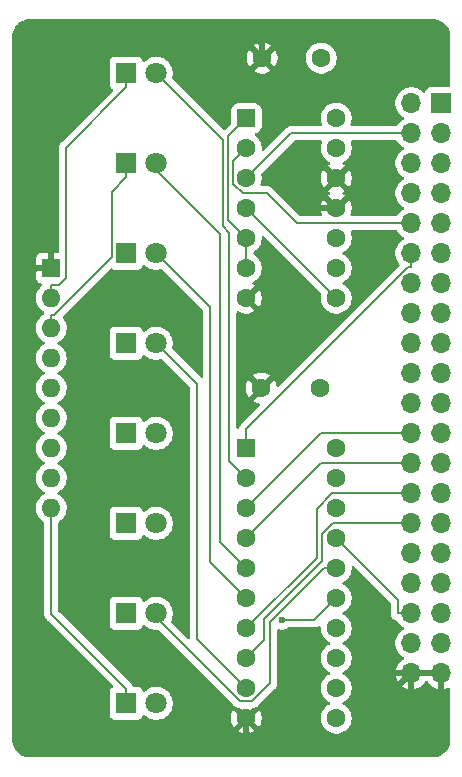
<source format=gbr>
%TF.GenerationSoftware,KiCad,Pcbnew,9.0.0*%
%TF.CreationDate,2025-05-01T21:38:04+02:00*%
%TF.ProjectId,tinyboard-blinkenlight,74696e79-626f-4617-9264-2d626c696e6b,rev?*%
%TF.SameCoordinates,Original*%
%TF.FileFunction,Copper,L1,Top*%
%TF.FilePolarity,Positive*%
%FSLAX46Y46*%
G04 Gerber Fmt 4.6, Leading zero omitted, Abs format (unit mm)*
G04 Created by KiCad (PCBNEW 9.0.0) date 2025-05-01 21:38:04*
%MOMM*%
%LPD*%
G01*
G04 APERTURE LIST*
G04 Aperture macros list*
%AMRoundRect*
0 Rectangle with rounded corners*
0 $1 Rounding radius*
0 $2 $3 $4 $5 $6 $7 $8 $9 X,Y pos of 4 corners*
0 Add a 4 corners polygon primitive as box body*
4,1,4,$2,$3,$4,$5,$6,$7,$8,$9,$2,$3,0*
0 Add four circle primitives for the rounded corners*
1,1,$1+$1,$2,$3*
1,1,$1+$1,$4,$5*
1,1,$1+$1,$6,$7*
1,1,$1+$1,$8,$9*
0 Add four rect primitives between the rounded corners*
20,1,$1+$1,$2,$3,$4,$5,0*
20,1,$1+$1,$4,$5,$6,$7,0*
20,1,$1+$1,$6,$7,$8,$9,0*
20,1,$1+$1,$8,$9,$2,$3,0*%
G04 Aperture macros list end*
%TA.AperFunction,ComponentPad*%
%ADD10RoundRect,0.250000X-0.550000X-0.550000X0.550000X-0.550000X0.550000X0.550000X-0.550000X0.550000X0*%
%TD*%
%TA.AperFunction,ComponentPad*%
%ADD11C,1.600000*%
%TD*%
%TA.AperFunction,ComponentPad*%
%ADD12R,1.800000X1.800000*%
%TD*%
%TA.AperFunction,ComponentPad*%
%ADD13C,1.800000*%
%TD*%
%TA.AperFunction,ComponentPad*%
%ADD14R,1.600000X1.600000*%
%TD*%
%TA.AperFunction,ComponentPad*%
%ADD15O,1.600000X1.600000*%
%TD*%
%TA.AperFunction,ComponentPad*%
%ADD16R,1.700000X1.700000*%
%TD*%
%TA.AperFunction,ComponentPad*%
%ADD17O,1.700000X1.700000*%
%TD*%
%TA.AperFunction,ViaPad*%
%ADD18C,0.600000*%
%TD*%
%TA.AperFunction,Conductor*%
%ADD19C,0.500000*%
%TD*%
%TA.AperFunction,Conductor*%
%ADD20C,0.200000*%
%TD*%
G04 APERTURE END LIST*
D10*
%TO.P,U2,1*%
%TO.N,Net-(U2-Pad1)*%
X87630000Y-34290000D03*
D11*
%TO.P,U2,2*%
%TO.N,B1*%
X87630000Y-36830000D03*
%TO.P,U2,3*%
%TO.N,R{slash}~{W}*%
X87630000Y-39370000D03*
%TO.P,U2,4*%
%TO.N,Net-(U2-Pad4)*%
X87630000Y-41910000D03*
%TO.P,U2,5*%
%TO.N,Net-(U2-Pad1)*%
X87630000Y-44450000D03*
%TO.P,U2,6*%
X87630000Y-46990000D03*
%TO.P,U2,7,GND*%
%TO.N,GND*%
X87630000Y-49530000D03*
%TO.P,U2,8*%
%TO.N,Net-(U2-Pad4)*%
X95250000Y-49530000D03*
%TO.P,U2,9*%
%TO.N,CLK*%
X95250000Y-46990000D03*
%TO.P,U2,10*%
%TO.N,Net-(U1-Cp)*%
X95250000Y-44450000D03*
%TO.P,U2,11*%
%TO.N,GND*%
X95250000Y-41910000D03*
%TO.P,U2,12*%
X95250000Y-39370000D03*
%TO.P,U2,13*%
%TO.N,unconnected-(U2-Pad13)*%
X95250000Y-36830000D03*
%TO.P,U2,14,VCC*%
%TO.N,VCC*%
X95250000Y-34290000D03*
%TD*%
%TO.P,C2,1*%
%TO.N,VCC*%
X93900000Y-57150000D03*
%TO.P,C2,2*%
%TO.N,GND*%
X88900000Y-57150000D03*
%TD*%
D12*
%TO.P,D5,1,K*%
%TO.N,Net-(D5-K)*%
X77470000Y-60960000D03*
D13*
%TO.P,D5,2,A*%
%TO.N,Net-(D5-A)*%
X80010000Y-60960000D03*
%TD*%
D12*
%TO.P,D1,1,K*%
%TO.N,Net-(D1-K)*%
X77470000Y-30480000D03*
D13*
%TO.P,D1,2,A*%
%TO.N,Net-(D1-A)*%
X80010000Y-30480000D03*
%TD*%
D12*
%TO.P,D7,1,K*%
%TO.N,Net-(D7-K)*%
X77470000Y-76200000D03*
D13*
%TO.P,D7,2,A*%
%TO.N,Net-(D7-A)*%
X80010000Y-76200000D03*
%TD*%
D12*
%TO.P,D6,1,K*%
%TO.N,Net-(D6-K)*%
X77470000Y-68580000D03*
D13*
%TO.P,D6,2,A*%
%TO.N,Net-(D6-A)*%
X80010000Y-68580000D03*
%TD*%
D14*
%TO.P,RN1,1,R1*%
%TO.N,GND*%
X71120000Y-46975000D03*
D15*
%TO.P,RN1,2,R1.2*%
%TO.N,Net-(D1-K)*%
X71120000Y-49515000D03*
%TO.P,RN1,3,R2.2*%
%TO.N,Net-(D2-K)*%
X71120000Y-52055000D03*
%TO.P,RN1,4,R3.2*%
%TO.N,Net-(D3-K)*%
X71120000Y-54595000D03*
%TO.P,RN1,5,R4.2*%
%TO.N,Net-(D4-K)*%
X71120000Y-57135000D03*
%TO.P,RN1,6,R5.2*%
%TO.N,Net-(D5-K)*%
X71120000Y-59675000D03*
%TO.P,RN1,7,R6.2*%
%TO.N,Net-(D6-K)*%
X71120000Y-62215000D03*
%TO.P,RN1,8,R7.2*%
%TO.N,Net-(D7-K)*%
X71120000Y-64755000D03*
%TO.P,RN1,9,R8.2*%
%TO.N,Net-(D8-K)*%
X71120000Y-67295000D03*
%TD*%
D12*
%TO.P,D8,1,K*%
%TO.N,Net-(D8-K)*%
X77470000Y-83820000D03*
D13*
%TO.P,D8,2,A*%
%TO.N,Net-(D8-A)*%
X80010000Y-83820000D03*
%TD*%
D12*
%TO.P,D3,1,K*%
%TO.N,Net-(D3-K)*%
X77470000Y-45720000D03*
D13*
%TO.P,D3,2,A*%
%TO.N,Net-(D3-A)*%
X80010000Y-45720000D03*
%TD*%
D10*
%TO.P,U1,1,~{Mr}*%
%TO.N,~{RES}*%
X87630000Y-62230000D03*
D11*
%TO.P,U1,2,Q0*%
%TO.N,Net-(D1-A)*%
X87630000Y-64770000D03*
%TO.P,U1,3,D0*%
%TO.N,D0*%
X87630000Y-67310000D03*
%TO.P,U1,4,D1*%
%TO.N,D1*%
X87630000Y-69850000D03*
%TO.P,U1,5,Q1*%
%TO.N,Net-(D2-A)*%
X87630000Y-72390000D03*
%TO.P,U1,6,Q2*%
%TO.N,Net-(D3-A)*%
X87630000Y-74930000D03*
%TO.P,U1,7,D2*%
%TO.N,D2*%
X87630000Y-77470000D03*
%TO.P,U1,8,D3*%
%TO.N,D3*%
X87630000Y-80010000D03*
%TO.P,U1,9,Q3*%
%TO.N,Net-(D4-A)*%
X87630000Y-82550000D03*
%TO.P,U1,10,GND*%
%TO.N,GND*%
X87630000Y-85090000D03*
%TO.P,U1,11,Cp*%
%TO.N,Net-(U1-Cp)*%
X95250000Y-85090000D03*
%TO.P,U1,12,Q4*%
%TO.N,Net-(D5-A)*%
X95250000Y-82550000D03*
%TO.P,U1,13,D4*%
%TO.N,D4*%
X95250000Y-80010000D03*
%TO.P,U1,14,D5*%
%TO.N,D5*%
X95250000Y-77470000D03*
%TO.P,U1,15,Q5*%
%TO.N,Net-(D6-A)*%
X95250000Y-74930000D03*
%TO.P,U1,16,Q6*%
%TO.N,Net-(D7-A)*%
X95250000Y-72390000D03*
%TO.P,U1,17,D6*%
%TO.N,D6*%
X95250000Y-69850000D03*
%TO.P,U1,18,D7*%
%TO.N,D7*%
X95250000Y-67310000D03*
%TO.P,U1,19,Q7*%
%TO.N,Net-(D8-A)*%
X95250000Y-64770000D03*
%TO.P,U1,20,VCC*%
%TO.N,VCC*%
X95250000Y-62230000D03*
%TD*%
D12*
%TO.P,D4,1,K*%
%TO.N,Net-(D4-K)*%
X77470000Y-53340000D03*
D13*
%TO.P,D4,2,A*%
%TO.N,Net-(D4-A)*%
X80010000Y-53340000D03*
%TD*%
D11*
%TO.P,C1,1*%
%TO.N,VCC*%
X93980000Y-29210000D03*
%TO.P,C1,2*%
%TO.N,GND*%
X88980000Y-29210000D03*
%TD*%
D12*
%TO.P,D2,1,K*%
%TO.N,Net-(D2-K)*%
X77470000Y-38100000D03*
D13*
%TO.P,D2,2,A*%
%TO.N,Net-(D2-A)*%
X80010000Y-38100000D03*
%TD*%
D16*
%TO.P,J2,1,Pin_1*%
%TO.N,VCC*%
X104140000Y-33020000D03*
D17*
%TO.P,J2,2,Pin_2*%
X101600000Y-33020000D03*
%TO.P,J2,3,Pin_3*%
%TO.N,A0*%
X104140000Y-35560000D03*
%TO.P,J2,4,Pin_4*%
%TO.N,R{slash}~{W}*%
X101600000Y-35560000D03*
%TO.P,J2,5,Pin_5*%
%TO.N,A1*%
X104140000Y-38100000D03*
%TO.P,J2,6,Pin_6*%
%TO.N,CLK*%
X101600000Y-38100000D03*
%TO.P,J2,7,Pin_7*%
%TO.N,A2*%
X104140000Y-40640000D03*
%TO.P,J2,8,Pin_8*%
%TO.N,B2*%
X101600000Y-40640000D03*
%TO.P,J2,9,Pin_9*%
%TO.N,A3*%
X104140000Y-43180000D03*
%TO.P,J2,10,Pin_10*%
%TO.N,B1*%
X101600000Y-43180000D03*
%TO.P,J2,11,Pin_11*%
%TO.N,A4*%
X104140000Y-45720000D03*
%TO.P,J2,12,Pin_12*%
%TO.N,~{RES}*%
X101600000Y-45720000D03*
%TO.P,J2,13,Pin_13*%
%TO.N,A5*%
X104140000Y-48260000D03*
%TO.P,J2,14,Pin_14*%
%TO.N,~{NMI}*%
X101600000Y-48260000D03*
%TO.P,J2,15,Pin_15*%
%TO.N,A6*%
X104140000Y-50800000D03*
%TO.P,J2,16,Pin_16*%
%TO.N,~{IRQ}*%
X101600000Y-50800000D03*
%TO.P,J2,17,Pin_17*%
%TO.N,A7*%
X104140000Y-53340000D03*
%TO.P,J2,18,Pin_18*%
%TO.N,~{ROMCS}*%
X101600000Y-53340000D03*
%TO.P,J2,19,Pin_19*%
%TO.N,A8*%
X104140000Y-55880000D03*
%TO.P,J2,20,Pin_20*%
%TO.N,~{ACIACS}*%
X101600000Y-55880000D03*
%TO.P,J2,21,Pin_21*%
%TO.N,A9*%
X104140000Y-58420000D03*
%TO.P,J2,22,Pin_22*%
%TO.N,~{RAMCS}*%
X101600000Y-58420000D03*
%TO.P,J2,23,Pin_23*%
%TO.N,A10*%
X104140000Y-60960000D03*
%TO.P,J2,24,Pin_24*%
%TO.N,D0*%
X101600000Y-60960000D03*
%TO.P,J2,25,Pin_25*%
%TO.N,A11*%
X104140000Y-63500000D03*
%TO.P,J2,26,Pin_26*%
%TO.N,D1*%
X101600000Y-63500000D03*
%TO.P,J2,27,Pin_27*%
%TO.N,A12*%
X104140000Y-66040000D03*
%TO.P,J2,28,Pin_28*%
%TO.N,D2*%
X101600000Y-66040000D03*
%TO.P,J2,29,Pin_29*%
%TO.N,A13*%
X104140000Y-68580000D03*
%TO.P,J2,30,Pin_30*%
%TO.N,D3*%
X101600000Y-68580000D03*
%TO.P,J2,31,Pin_31*%
%TO.N,A14*%
X104140000Y-71120000D03*
%TO.P,J2,32,Pin_32*%
%TO.N,D4*%
X101600000Y-71120000D03*
%TO.P,J2,33,Pin_33*%
%TO.N,A15*%
X104140000Y-73660000D03*
%TO.P,J2,34,Pin_34*%
%TO.N,D5*%
X101600000Y-73660000D03*
%TO.P,J2,35,Pin_35*%
%TO.N,TxD1*%
X104140000Y-76200000D03*
%TO.P,J2,36,Pin_36*%
%TO.N,D6*%
X101600000Y-76200000D03*
%TO.P,J2,37,Pin_37*%
%TO.N,RxD1*%
X104140000Y-78740000D03*
%TO.P,J2,38,Pin_38*%
%TO.N,D7*%
X101600000Y-78740000D03*
%TO.P,J2,39,Pin_39*%
%TO.N,GND*%
X104140000Y-81280000D03*
%TO.P,J2,40,Pin_40*%
X101600000Y-81280000D03*
%TD*%
D18*
%TO.N,GND*%
X91440000Y-40640000D03*
%TO.N,Net-(D6-A)*%
X90672900Y-76784200D03*
%TD*%
D19*
%TO.N,GND*%
X88900000Y-87630000D02*
X87630000Y-86360000D01*
X101600000Y-81280000D02*
X100330000Y-82550000D01*
X100330000Y-86360000D02*
X99060000Y-87630000D01*
X68580000Y-27940000D02*
X69850000Y-26670000D01*
X100330000Y-82550000D02*
X100330000Y-86360000D01*
X69865000Y-46975000D02*
X71120000Y-46975000D01*
X69850000Y-87630000D02*
X68580000Y-86360000D01*
X88900000Y-87630000D02*
X69850000Y-87630000D01*
X68580000Y-48260000D02*
X68580000Y-27940000D01*
X95250000Y-41910000D02*
X92710000Y-41910000D01*
X68580000Y-86360000D02*
X68580000Y-48260000D01*
X87630000Y-26670000D02*
X88980000Y-28020000D01*
X92710000Y-41910000D02*
X91440000Y-40640000D01*
X87630000Y-86360000D02*
X87630000Y-85090000D01*
X104140000Y-81280000D02*
X101600000Y-81280000D01*
X88980000Y-28020000D02*
X88980000Y-29210000D01*
X99060000Y-87630000D02*
X88900000Y-87630000D01*
X68580000Y-48260000D02*
X69865000Y-46975000D01*
X69850000Y-26670000D02*
X87630000Y-26670000D01*
D20*
%TO.N,Net-(D1-K)*%
X77470000Y-30480000D02*
X77470000Y-31680100D01*
X72359800Y-36790300D02*
X72359800Y-47792000D01*
X71120000Y-49515000D02*
X71120000Y-48414900D01*
X72359800Y-47792000D02*
X71736900Y-48414900D01*
X71736900Y-48414900D02*
X71120000Y-48414900D01*
X77470000Y-31680100D02*
X72359800Y-36790300D01*
%TO.N,Net-(D1-A)*%
X85630100Y-36100100D02*
X85630100Y-43437300D01*
X80010000Y-30480000D02*
X85630100Y-36100100D01*
X86191200Y-63331200D02*
X87630000Y-64770000D01*
X85630100Y-43437300D02*
X86191200Y-43998400D01*
X86191200Y-43998400D02*
X86191200Y-63331200D01*
%TO.N,Net-(D2-A)*%
X85430100Y-70190100D02*
X87630000Y-72390000D01*
X80010000Y-38665700D02*
X85430100Y-44085800D01*
X80010000Y-38100000D02*
X80010000Y-38665700D01*
X85430100Y-44085800D02*
X85430100Y-70190100D01*
%TO.N,Net-(D2-K)*%
X76269900Y-46032900D02*
X76269900Y-40500200D01*
X77470000Y-38100000D02*
X77470000Y-39300100D01*
X76269900Y-40500200D02*
X77470000Y-39300100D01*
X71120000Y-52055000D02*
X71120000Y-50954900D01*
X71120000Y-50954900D02*
X71347900Y-50954900D01*
X71347900Y-50954900D02*
X76269900Y-46032900D01*
%TO.N,Net-(D3-A)*%
X84569500Y-50279500D02*
X84569500Y-71869500D01*
X84569500Y-71869500D02*
X87630000Y-74930000D01*
X80010000Y-45720000D02*
X84569500Y-50279500D01*
%TO.N,Net-(D4-A)*%
X83464400Y-78384400D02*
X87630000Y-82550000D01*
X80010000Y-53340000D02*
X83464400Y-56794400D01*
X83464400Y-56794400D02*
X83464400Y-78384400D01*
%TO.N,Net-(D6-A)*%
X93395800Y-76784200D02*
X90672900Y-76784200D01*
X95250000Y-74930000D02*
X93395800Y-76784200D01*
%TO.N,Net-(D7-A)*%
X95250000Y-72390000D02*
X94215100Y-72390000D01*
X89650700Y-82128000D02*
X88127200Y-83651500D01*
X89650700Y-76954400D02*
X89650700Y-82128000D01*
X88127200Y-83651500D02*
X87108500Y-83651500D01*
X94215100Y-72390000D02*
X89650700Y-76954400D01*
X87108500Y-83651500D02*
X80010000Y-76553000D01*
X80010000Y-76553000D02*
X80010000Y-76200000D01*
%TO.N,Net-(D8-K)*%
X77470000Y-82619900D02*
X71120000Y-76269900D01*
X71120000Y-76269900D02*
X71120000Y-67295000D01*
X77470000Y-83820000D02*
X77470000Y-82619900D01*
%TO.N,D2*%
X94920800Y-66040000D02*
X101600000Y-66040000D01*
X93580100Y-71519900D02*
X93580100Y-67380700D01*
X87630000Y-77470000D02*
X93580100Y-71519900D01*
X93580100Y-67380700D02*
X94920800Y-66040000D01*
%TO.N,~{RES}*%
X87630000Y-62230000D02*
X87630000Y-60603400D01*
X87630000Y-60603400D02*
X101363300Y-46870100D01*
X101363300Y-46870100D02*
X101600000Y-46870100D01*
X101600000Y-45720000D02*
X101600000Y-46870100D01*
%TO.N,R{slash}~{W}*%
X87630000Y-39370000D02*
X91440000Y-35560000D01*
X91440000Y-35560000D02*
X101600000Y-35560000D01*
%TO.N,D0*%
X87630000Y-67310000D02*
X93980000Y-60960000D01*
X93980000Y-60960000D02*
X101600000Y-60960000D01*
%TO.N,B1*%
X86518600Y-37941400D02*
X86518600Y-39825600D01*
X89420000Y-40640000D02*
X91960000Y-43180000D01*
X87630000Y-36830000D02*
X86518600Y-37941400D01*
X91960000Y-43180000D02*
X101600000Y-43180000D01*
X87333000Y-40640000D02*
X89420000Y-40640000D01*
X86518600Y-39825600D02*
X87333000Y-40640000D01*
%TO.N,D6*%
X100449900Y-75049900D02*
X100449900Y-76200000D01*
X95250000Y-69850000D02*
X100449900Y-75049900D01*
X101600000Y-76200000D02*
X100449900Y-76200000D01*
%TO.N,D1*%
X93980000Y-63500000D02*
X101600000Y-63500000D01*
X87630000Y-69850000D02*
X93980000Y-63500000D01*
%TO.N,D3*%
X89130300Y-76670200D02*
X89130300Y-78509700D01*
X89130300Y-78509700D02*
X87630000Y-80010000D01*
X94003900Y-69533900D02*
X94003900Y-71796600D01*
X101600000Y-68580000D02*
X94957800Y-68580000D01*
X94957800Y-68580000D02*
X94003900Y-69533900D01*
X94003900Y-71796600D02*
X89130300Y-76670200D01*
%TO.N,Net-(U2-Pad1)*%
X86118500Y-35801500D02*
X86118500Y-42938500D01*
X87630000Y-46990000D02*
X87630000Y-44450000D01*
X86118500Y-42938500D02*
X87630000Y-44450000D01*
X87630000Y-34290000D02*
X86118500Y-35801500D01*
%TO.N,Net-(U2-Pad4)*%
X95250000Y-49530000D02*
X87630000Y-41910000D01*
%TD*%
%TA.AperFunction,Conductor*%
%TO.N,GND*%
G36*
X103414418Y-25900816D02*
G01*
X103614561Y-25915130D01*
X103632063Y-25917647D01*
X103823797Y-25959355D01*
X103840755Y-25964334D01*
X104024609Y-26032909D01*
X104040701Y-26040259D01*
X104212904Y-26134288D01*
X104227784Y-26143849D01*
X104384867Y-26261441D01*
X104398237Y-26273027D01*
X104536972Y-26411762D01*
X104548558Y-26425132D01*
X104666146Y-26582210D01*
X104675711Y-26597095D01*
X104769740Y-26769298D01*
X104777090Y-26785390D01*
X104845662Y-26969236D01*
X104850646Y-26986212D01*
X104892351Y-27177931D01*
X104894869Y-27195442D01*
X104909184Y-27395580D01*
X104909500Y-27404427D01*
X104909500Y-31545500D01*
X104889815Y-31612539D01*
X104837011Y-31658294D01*
X104785500Y-31669500D01*
X103242129Y-31669500D01*
X103242123Y-31669501D01*
X103182516Y-31675908D01*
X103047671Y-31726202D01*
X103047664Y-31726206D01*
X102932455Y-31812452D01*
X102932452Y-31812455D01*
X102846206Y-31927664D01*
X102846203Y-31927669D01*
X102797189Y-32059083D01*
X102755317Y-32115016D01*
X102689853Y-32139433D01*
X102621580Y-32124581D01*
X102593326Y-32103430D01*
X102479786Y-31989890D01*
X102307820Y-31864951D01*
X102118414Y-31768444D01*
X102118413Y-31768443D01*
X102118412Y-31768443D01*
X101916243Y-31702754D01*
X101916241Y-31702753D01*
X101916240Y-31702753D01*
X101754957Y-31677208D01*
X101706287Y-31669500D01*
X101493713Y-31669500D01*
X101445042Y-31677208D01*
X101283760Y-31702753D01*
X101081585Y-31768444D01*
X100892179Y-31864951D01*
X100720213Y-31989890D01*
X100569890Y-32140213D01*
X100444951Y-32312179D01*
X100348444Y-32501585D01*
X100282753Y-32703760D01*
X100249500Y-32913713D01*
X100249500Y-33126287D01*
X100257645Y-33177713D01*
X100272474Y-33271342D01*
X100282754Y-33336243D01*
X100317370Y-33442781D01*
X100348444Y-33538414D01*
X100444951Y-33727820D01*
X100569890Y-33899786D01*
X100720213Y-34050109D01*
X100892182Y-34175050D01*
X100900946Y-34179516D01*
X100951742Y-34227491D01*
X100968536Y-34295312D01*
X100945998Y-34361447D01*
X100900946Y-34400484D01*
X100892182Y-34404949D01*
X100720213Y-34529890D01*
X100569890Y-34680213D01*
X100444948Y-34852184D01*
X100444947Y-34852185D01*
X100424765Y-34891795D01*
X100376791Y-34942591D01*
X100314281Y-34959500D01*
X96570266Y-34959500D01*
X96503227Y-34939815D01*
X96457472Y-34887011D01*
X96447528Y-34817853D01*
X96454080Y-34793970D01*
X96453714Y-34793852D01*
X96455218Y-34789222D01*
X96455220Y-34789219D01*
X96518477Y-34594534D01*
X96550500Y-34392352D01*
X96550500Y-34187648D01*
X96518477Y-33985466D01*
X96502589Y-33936569D01*
X96455218Y-33790776D01*
X96403865Y-33689991D01*
X96362287Y-33608390D01*
X96311447Y-33538414D01*
X96241971Y-33442786D01*
X96097213Y-33298028D01*
X95931613Y-33177715D01*
X95931612Y-33177714D01*
X95931610Y-33177713D01*
X95871898Y-33147288D01*
X95749223Y-33084781D01*
X95554534Y-33021522D01*
X95379995Y-32993878D01*
X95352352Y-32989500D01*
X95147648Y-32989500D01*
X95123329Y-32993351D01*
X94945465Y-33021522D01*
X94750776Y-33084781D01*
X94568386Y-33177715D01*
X94402786Y-33298028D01*
X94258028Y-33442786D01*
X94137715Y-33608386D01*
X94044781Y-33790776D01*
X93981522Y-33985465D01*
X93949500Y-34187648D01*
X93949500Y-34392351D01*
X93981522Y-34594534D01*
X94020848Y-34715564D01*
X94044780Y-34789219D01*
X94044781Y-34789222D01*
X94046286Y-34793852D01*
X94044964Y-34794281D01*
X94051764Y-34857514D01*
X94020491Y-34919994D01*
X93960403Y-34955648D01*
X93929734Y-34959500D01*
X91526670Y-34959500D01*
X91526654Y-34959499D01*
X91519058Y-34959499D01*
X91360943Y-34959499D01*
X91284579Y-34979961D01*
X91208214Y-35000423D01*
X91208209Y-35000426D01*
X91071290Y-35079475D01*
X91071282Y-35079481D01*
X89142181Y-37008582D01*
X89080858Y-37042067D01*
X89011166Y-37037083D01*
X88955233Y-36995211D01*
X88930816Y-36929747D01*
X88930500Y-36920901D01*
X88930500Y-36727648D01*
X88898477Y-36525465D01*
X88835218Y-36330776D01*
X88782955Y-36228205D01*
X88742287Y-36148390D01*
X88734556Y-36137749D01*
X88621971Y-35982786D01*
X88477219Y-35838034D01*
X88383547Y-35769978D01*
X88340882Y-35714649D01*
X88334903Y-35645036D01*
X88367508Y-35583240D01*
X88417426Y-35551955D01*
X88499334Y-35524814D01*
X88648656Y-35432712D01*
X88772712Y-35308656D01*
X88864814Y-35159334D01*
X88919999Y-34992797D01*
X88930500Y-34890009D01*
X88930499Y-33689992D01*
X88919999Y-33587203D01*
X88864814Y-33420666D01*
X88772712Y-33271344D01*
X88648656Y-33147288D01*
X88499334Y-33055186D01*
X88332797Y-33000001D01*
X88332795Y-33000000D01*
X88230010Y-32989500D01*
X87029998Y-32989500D01*
X87029981Y-32989501D01*
X86927203Y-33000000D01*
X86927200Y-33000001D01*
X86760668Y-33055185D01*
X86760663Y-33055187D01*
X86611342Y-33147289D01*
X86487289Y-33271342D01*
X86395187Y-33420663D01*
X86395186Y-33420666D01*
X86340001Y-33587203D01*
X86340001Y-33587204D01*
X86340000Y-33587204D01*
X86329500Y-33689983D01*
X86329500Y-34689901D01*
X86309815Y-34756940D01*
X86293181Y-34777582D01*
X85812680Y-35258083D01*
X85751357Y-35291568D01*
X85681665Y-35286584D01*
X85637318Y-35258083D01*
X81383438Y-31004203D01*
X81349953Y-30942880D01*
X81353187Y-30878205D01*
X81376015Y-30807951D01*
X81410500Y-30590222D01*
X81410500Y-30369778D01*
X81376015Y-30152049D01*
X81376015Y-30152048D01*
X81307896Y-29942396D01*
X81307895Y-29942393D01*
X81273237Y-29874375D01*
X81207815Y-29745978D01*
X81109022Y-29610000D01*
X81078247Y-29567641D01*
X81078243Y-29567636D01*
X80922363Y-29411756D01*
X80922358Y-29411752D01*
X80744025Y-29282187D01*
X80744024Y-29282186D01*
X80744022Y-29282185D01*
X80608831Y-29213301D01*
X80608828Y-29213298D01*
X80547616Y-29182109D01*
X80547603Y-29182103D01*
X80337952Y-29113985D01*
X80298157Y-29107682D01*
X87680000Y-29107682D01*
X87680000Y-29312317D01*
X87712009Y-29514417D01*
X87775244Y-29709031D01*
X87868141Y-29891350D01*
X87868147Y-29891359D01*
X87900523Y-29935921D01*
X87900524Y-29935922D01*
X88580000Y-29256446D01*
X88580000Y-29262661D01*
X88607259Y-29364394D01*
X88659920Y-29455606D01*
X88734394Y-29530080D01*
X88825606Y-29582741D01*
X88927339Y-29610000D01*
X88933553Y-29610000D01*
X88254076Y-30289474D01*
X88298650Y-30321859D01*
X88480968Y-30414755D01*
X88675582Y-30477990D01*
X88877683Y-30510000D01*
X89082317Y-30510000D01*
X89284417Y-30477990D01*
X89479031Y-30414755D01*
X89661349Y-30321859D01*
X89705921Y-30289474D01*
X89026447Y-29610000D01*
X89032661Y-29610000D01*
X89134394Y-29582741D01*
X89225606Y-29530080D01*
X89300080Y-29455606D01*
X89352741Y-29364394D01*
X89380000Y-29262661D01*
X89380000Y-29256447D01*
X90059474Y-29935921D01*
X90091859Y-29891349D01*
X90184755Y-29709031D01*
X90247990Y-29514417D01*
X90280000Y-29312317D01*
X90280000Y-29107682D01*
X90279995Y-29107648D01*
X92679500Y-29107648D01*
X92679500Y-29312351D01*
X92711522Y-29514534D01*
X92774781Y-29709223D01*
X92838691Y-29834653D01*
X92867585Y-29891359D01*
X92867715Y-29891613D01*
X92988028Y-30057213D01*
X93132786Y-30201971D01*
X93253226Y-30289474D01*
X93298390Y-30322287D01*
X93414607Y-30381503D01*
X93480776Y-30415218D01*
X93480778Y-30415218D01*
X93480781Y-30415220D01*
X93585137Y-30449127D01*
X93675465Y-30478477D01*
X93776557Y-30494488D01*
X93877648Y-30510500D01*
X93877649Y-30510500D01*
X94082351Y-30510500D01*
X94082352Y-30510500D01*
X94284534Y-30478477D01*
X94479219Y-30415220D01*
X94661610Y-30322287D01*
X94754590Y-30254732D01*
X94827213Y-30201971D01*
X94827215Y-30201968D01*
X94827219Y-30201966D01*
X94971966Y-30057219D01*
X94971968Y-30057215D01*
X94971971Y-30057213D01*
X95055389Y-29942396D01*
X95092287Y-29891610D01*
X95185220Y-29709219D01*
X95248477Y-29514534D01*
X95280500Y-29312352D01*
X95280500Y-29107648D01*
X95272257Y-29055606D01*
X95248477Y-28905465D01*
X95217458Y-28810000D01*
X95185220Y-28710781D01*
X95185218Y-28710778D01*
X95185218Y-28710776D01*
X95092419Y-28528650D01*
X95092287Y-28528390D01*
X95060092Y-28484077D01*
X94971971Y-28362786D01*
X94827213Y-28218028D01*
X94661613Y-28097715D01*
X94661612Y-28097714D01*
X94661610Y-28097713D01*
X94604653Y-28068691D01*
X94479223Y-28004781D01*
X94284534Y-27941522D01*
X94109995Y-27913878D01*
X94082352Y-27909500D01*
X93877648Y-27909500D01*
X93853329Y-27913351D01*
X93675465Y-27941522D01*
X93480776Y-28004781D01*
X93298386Y-28097715D01*
X93132786Y-28218028D01*
X92988028Y-28362786D01*
X92867715Y-28528386D01*
X92774781Y-28710776D01*
X92711522Y-28905465D01*
X92679500Y-29107648D01*
X90279995Y-29107648D01*
X90247990Y-28905582D01*
X90184755Y-28710968D01*
X90091859Y-28528650D01*
X90059474Y-28484077D01*
X90059474Y-28484076D01*
X89380000Y-29163551D01*
X89380000Y-29157339D01*
X89352741Y-29055606D01*
X89300080Y-28964394D01*
X89225606Y-28889920D01*
X89134394Y-28837259D01*
X89032661Y-28810000D01*
X89026446Y-28810000D01*
X89705922Y-28130524D01*
X89705921Y-28130523D01*
X89661359Y-28098147D01*
X89661350Y-28098141D01*
X89479031Y-28005244D01*
X89284417Y-27942009D01*
X89082317Y-27910000D01*
X88877683Y-27910000D01*
X88675582Y-27942009D01*
X88480968Y-28005244D01*
X88298644Y-28098143D01*
X88254077Y-28130523D01*
X88254077Y-28130524D01*
X88933554Y-28810000D01*
X88927339Y-28810000D01*
X88825606Y-28837259D01*
X88734394Y-28889920D01*
X88659920Y-28964394D01*
X88607259Y-29055606D01*
X88580000Y-29157339D01*
X88580000Y-29163553D01*
X87900524Y-28484077D01*
X87900523Y-28484077D01*
X87868143Y-28528644D01*
X87775244Y-28710968D01*
X87712009Y-28905582D01*
X87680000Y-29107682D01*
X80298157Y-29107682D01*
X80229086Y-29096742D01*
X80120222Y-29079500D01*
X79899778Y-29079500D01*
X79827201Y-29090995D01*
X79682047Y-29113985D01*
X79472396Y-29182103D01*
X79472393Y-29182104D01*
X79275974Y-29282187D01*
X79097641Y-29411752D01*
X79097636Y-29411756D01*
X79047463Y-29461929D01*
X78986140Y-29495413D01*
X78916448Y-29490428D01*
X78860515Y-29448557D01*
X78843601Y-29417580D01*
X78813797Y-29337671D01*
X78813793Y-29337664D01*
X78727547Y-29222455D01*
X78727544Y-29222452D01*
X78612335Y-29136206D01*
X78612328Y-29136202D01*
X78477482Y-29085908D01*
X78477483Y-29085908D01*
X78417883Y-29079501D01*
X78417881Y-29079500D01*
X78417873Y-29079500D01*
X78417864Y-29079500D01*
X76522129Y-29079500D01*
X76522123Y-29079501D01*
X76462516Y-29085908D01*
X76327671Y-29136202D01*
X76327664Y-29136206D01*
X76212455Y-29222452D01*
X76212452Y-29222455D01*
X76126206Y-29337664D01*
X76126202Y-29337671D01*
X76075908Y-29472517D01*
X76069501Y-29532116D01*
X76069500Y-29532135D01*
X76069500Y-31427870D01*
X76069501Y-31427876D01*
X76075908Y-31487483D01*
X76126202Y-31622328D01*
X76126206Y-31622335D01*
X76167737Y-31677812D01*
X76212454Y-31737546D01*
X76298550Y-31801997D01*
X76340420Y-31857930D01*
X76345404Y-31927622D01*
X76311919Y-31988944D01*
X71994390Y-36306473D01*
X71994383Y-36306480D01*
X71991086Y-36309778D01*
X71991084Y-36309780D01*
X71879280Y-36421584D01*
X71852011Y-36468816D01*
X71846217Y-36478850D01*
X71846217Y-36478851D01*
X71819304Y-36525466D01*
X71800223Y-36558515D01*
X71759299Y-36711243D01*
X71759299Y-36711245D01*
X71759299Y-36879346D01*
X71759300Y-36879359D01*
X71759300Y-45551000D01*
X71739615Y-45618039D01*
X71686811Y-45663794D01*
X71635300Y-45675000D01*
X71370000Y-45675000D01*
X71370000Y-46659314D01*
X71365606Y-46654920D01*
X71274394Y-46602259D01*
X71172661Y-46575000D01*
X71067339Y-46575000D01*
X70965606Y-46602259D01*
X70874394Y-46654920D01*
X70870000Y-46659314D01*
X70870000Y-45675000D01*
X70272155Y-45675000D01*
X70212627Y-45681401D01*
X70212620Y-45681403D01*
X70077913Y-45731645D01*
X70077906Y-45731649D01*
X69962812Y-45817809D01*
X69962809Y-45817812D01*
X69876649Y-45932906D01*
X69876645Y-45932913D01*
X69826403Y-46067620D01*
X69826401Y-46067627D01*
X69820000Y-46127155D01*
X69820000Y-46725000D01*
X70804314Y-46725000D01*
X70799920Y-46729394D01*
X70747259Y-46820606D01*
X70720000Y-46922339D01*
X70720000Y-47027661D01*
X70747259Y-47129394D01*
X70799920Y-47220606D01*
X70804314Y-47225000D01*
X69820000Y-47225000D01*
X69820000Y-47822844D01*
X69826401Y-47882372D01*
X69826403Y-47882379D01*
X69876645Y-48017086D01*
X69876649Y-48017093D01*
X69962809Y-48132187D01*
X69962812Y-48132190D01*
X70077906Y-48218350D01*
X70077913Y-48218354D01*
X70212620Y-48268596D01*
X70250043Y-48272620D01*
X70314595Y-48299358D01*
X70354443Y-48356750D01*
X70356937Y-48426576D01*
X70321285Y-48486665D01*
X70309675Y-48496227D01*
X70272789Y-48523026D01*
X70272782Y-48523032D01*
X70128028Y-48667786D01*
X70007715Y-48833386D01*
X69914781Y-49015776D01*
X69851522Y-49210465D01*
X69819500Y-49412648D01*
X69819500Y-49617351D01*
X69851522Y-49819534D01*
X69914781Y-50014223D01*
X70007715Y-50196613D01*
X70128028Y-50362213D01*
X70272786Y-50506971D01*
X70413872Y-50609474D01*
X70438390Y-50627287D01*
X70462529Y-50639586D01*
X70478888Y-50647922D01*
X70501398Y-50669182D01*
X70525282Y-50688902D01*
X70526581Y-50692966D01*
X70529683Y-50695896D01*
X70537126Y-50725952D01*
X70546557Y-50755454D01*
X70545865Y-50761241D01*
X70546478Y-50763717D01*
X70542367Y-50790498D01*
X70525863Y-50852094D01*
X70489499Y-50911755D01*
X70462386Y-50930485D01*
X70438388Y-50942713D01*
X70272786Y-51063028D01*
X70128028Y-51207786D01*
X70007715Y-51373386D01*
X69914781Y-51555776D01*
X69851522Y-51750465D01*
X69819500Y-51952648D01*
X69819500Y-52157351D01*
X69851522Y-52359534D01*
X69914781Y-52554223D01*
X70007715Y-52736613D01*
X70128028Y-52902213D01*
X70272786Y-53046971D01*
X70427749Y-53159556D01*
X70438390Y-53167287D01*
X70529840Y-53213883D01*
X70531080Y-53214515D01*
X70581876Y-53262490D01*
X70598671Y-53330311D01*
X70576134Y-53396446D01*
X70531080Y-53435485D01*
X70438386Y-53482715D01*
X70272786Y-53603028D01*
X70128028Y-53747786D01*
X70007715Y-53913386D01*
X69914781Y-54095776D01*
X69851522Y-54290465D01*
X69819500Y-54492648D01*
X69819500Y-54697351D01*
X69851522Y-54899534D01*
X69914781Y-55094223D01*
X70007715Y-55276613D01*
X70128028Y-55442213D01*
X70272786Y-55586971D01*
X70427749Y-55699556D01*
X70438390Y-55707287D01*
X70529840Y-55753883D01*
X70531080Y-55754515D01*
X70581876Y-55802490D01*
X70598671Y-55870311D01*
X70576134Y-55936446D01*
X70531080Y-55975485D01*
X70438386Y-56022715D01*
X70272786Y-56143028D01*
X70128028Y-56287786D01*
X70007715Y-56453386D01*
X69914781Y-56635776D01*
X69851522Y-56830465D01*
X69819500Y-57032648D01*
X69819500Y-57237351D01*
X69851522Y-57439534D01*
X69914781Y-57634223D01*
X70007715Y-57816613D01*
X70128028Y-57982213D01*
X70272786Y-58126971D01*
X70413872Y-58229474D01*
X70438390Y-58247287D01*
X70529840Y-58293883D01*
X70531080Y-58294515D01*
X70581876Y-58342490D01*
X70598671Y-58410311D01*
X70576134Y-58476446D01*
X70531080Y-58515485D01*
X70438386Y-58562715D01*
X70272786Y-58683028D01*
X70128028Y-58827786D01*
X70007715Y-58993386D01*
X69914781Y-59175776D01*
X69851522Y-59370465D01*
X69819500Y-59572648D01*
X69819500Y-59777351D01*
X69851522Y-59979534D01*
X69914781Y-60174223D01*
X70007715Y-60356613D01*
X70128028Y-60522213D01*
X70272786Y-60666971D01*
X70387781Y-60750518D01*
X70438390Y-60787287D01*
X70529840Y-60833883D01*
X70531080Y-60834515D01*
X70581876Y-60882490D01*
X70598671Y-60950311D01*
X70576134Y-61016446D01*
X70531080Y-61055485D01*
X70438386Y-61102715D01*
X70272786Y-61223028D01*
X70128028Y-61367786D01*
X70007715Y-61533386D01*
X69914781Y-61715776D01*
X69851522Y-61910465D01*
X69819500Y-62112648D01*
X69819500Y-62317351D01*
X69851522Y-62519534D01*
X69914781Y-62714223D01*
X70007715Y-62896613D01*
X70128028Y-63062213D01*
X70272786Y-63206971D01*
X70427749Y-63319556D01*
X70438390Y-63327287D01*
X70527538Y-63372710D01*
X70531080Y-63374515D01*
X70581876Y-63422490D01*
X70598671Y-63490311D01*
X70576134Y-63556446D01*
X70531080Y-63595485D01*
X70438386Y-63642715D01*
X70272786Y-63763028D01*
X70128028Y-63907786D01*
X70007715Y-64073386D01*
X69914781Y-64255776D01*
X69851522Y-64450465D01*
X69819500Y-64652648D01*
X69819500Y-64857351D01*
X69851522Y-65059534D01*
X69914781Y-65254223D01*
X70007715Y-65436613D01*
X70128028Y-65602213D01*
X70272786Y-65746971D01*
X70377509Y-65823055D01*
X70438390Y-65867287D01*
X70529840Y-65913883D01*
X70531080Y-65914515D01*
X70581876Y-65962490D01*
X70598671Y-66030311D01*
X70576134Y-66096446D01*
X70531080Y-66135485D01*
X70438386Y-66182715D01*
X70272786Y-66303028D01*
X70128028Y-66447786D01*
X70007715Y-66613386D01*
X69914781Y-66795776D01*
X69851522Y-66990465D01*
X69819500Y-67192648D01*
X69819500Y-67397351D01*
X69851522Y-67599534D01*
X69914781Y-67794223D01*
X70007715Y-67976613D01*
X70128028Y-68142213D01*
X70128034Y-68142219D01*
X70272781Y-68286966D01*
X70438390Y-68407287D01*
X70451793Y-68414116D01*
X70502589Y-68462088D01*
X70519500Y-68524601D01*
X70519500Y-76183230D01*
X70519499Y-76183248D01*
X70519499Y-76348954D01*
X70519498Y-76348954D01*
X70519499Y-76348957D01*
X70560423Y-76501685D01*
X70560424Y-76501686D01*
X70575587Y-76527951D01*
X70575588Y-76527952D01*
X70639475Y-76638609D01*
X70639481Y-76638617D01*
X70758349Y-76757485D01*
X70758355Y-76757490D01*
X76311919Y-82311054D01*
X76345404Y-82372377D01*
X76340420Y-82442069D01*
X76298550Y-82498001D01*
X76212452Y-82562455D01*
X76126206Y-82677664D01*
X76126202Y-82677671D01*
X76075908Y-82812517D01*
X76069501Y-82872116D01*
X76069500Y-82872135D01*
X76069500Y-84767870D01*
X76069501Y-84767876D01*
X76075908Y-84827483D01*
X76126202Y-84962328D01*
X76126206Y-84962335D01*
X76212452Y-85077544D01*
X76212455Y-85077547D01*
X76327664Y-85163793D01*
X76327671Y-85163797D01*
X76462517Y-85214091D01*
X76462516Y-85214091D01*
X76469444Y-85214835D01*
X76522127Y-85220500D01*
X78417872Y-85220499D01*
X78477483Y-85214091D01*
X78612331Y-85163796D01*
X78727546Y-85077546D01*
X78813796Y-84962331D01*
X78841429Y-84888243D01*
X78843601Y-84882420D01*
X78885471Y-84826486D01*
X78950936Y-84802068D01*
X79019209Y-84816919D01*
X79047464Y-84838071D01*
X79097636Y-84888243D01*
X79097641Y-84888247D01*
X79162826Y-84935606D01*
X79275978Y-85017815D01*
X79404375Y-85083237D01*
X79472393Y-85117895D01*
X79472396Y-85117896D01*
X79548617Y-85142661D01*
X79682049Y-85186015D01*
X79899778Y-85220500D01*
X79899779Y-85220500D01*
X80120221Y-85220500D01*
X80120222Y-85220500D01*
X80337951Y-85186015D01*
X80547606Y-85117895D01*
X80744022Y-85017815D01*
X80857174Y-84935606D01*
X80922358Y-84888248D01*
X80922361Y-84888244D01*
X80922365Y-84888242D01*
X81078242Y-84732365D01*
X81207815Y-84554022D01*
X81307895Y-84357606D01*
X81376015Y-84147951D01*
X81410500Y-83930222D01*
X81410500Y-83709778D01*
X81376015Y-83492049D01*
X81307895Y-83282394D01*
X81307895Y-83282393D01*
X81273237Y-83214375D01*
X81207815Y-83085978D01*
X81149501Y-83005715D01*
X81078247Y-82907641D01*
X81078243Y-82907636D01*
X80922363Y-82751756D01*
X80922358Y-82751752D01*
X80744025Y-82622187D01*
X80744024Y-82622186D01*
X80744022Y-82622185D01*
X80681096Y-82590122D01*
X80547606Y-82522104D01*
X80547603Y-82522103D01*
X80337952Y-82453985D01*
X80221987Y-82435618D01*
X80120222Y-82419500D01*
X79899778Y-82419500D01*
X79827201Y-82430995D01*
X79682047Y-82453985D01*
X79472396Y-82522103D01*
X79472393Y-82522104D01*
X79275974Y-82622187D01*
X79097641Y-82751752D01*
X79097636Y-82751756D01*
X79047463Y-82801929D01*
X78986140Y-82835413D01*
X78916448Y-82830428D01*
X78860515Y-82788557D01*
X78843601Y-82757580D01*
X78813797Y-82677671D01*
X78813793Y-82677664D01*
X78727547Y-82562455D01*
X78727544Y-82562452D01*
X78612335Y-82476206D01*
X78612328Y-82476202D01*
X78477482Y-82425908D01*
X78477483Y-82425908D01*
X78417883Y-82419501D01*
X78417881Y-82419500D01*
X78417873Y-82419500D01*
X78417865Y-82419500D01*
X78119288Y-82419500D01*
X78107770Y-82416117D01*
X78095820Y-82417259D01*
X78074864Y-82406455D01*
X78052249Y-82399815D01*
X78042837Y-82389944D01*
X78033718Y-82385243D01*
X78011901Y-82357500D01*
X77989220Y-82318215D01*
X77989219Y-82318214D01*
X77985085Y-82311054D01*
X77950520Y-82251184D01*
X77838716Y-82139380D01*
X77838715Y-82139379D01*
X77834385Y-82135049D01*
X77834374Y-82135039D01*
X71756819Y-76057484D01*
X71723334Y-75996161D01*
X71720500Y-75969803D01*
X71720500Y-68524601D01*
X71740185Y-68457562D01*
X71788206Y-68414116D01*
X71801610Y-68407287D01*
X71967219Y-68286966D01*
X72111966Y-68142219D01*
X72111968Y-68142215D01*
X72111971Y-68142213D01*
X72184491Y-68042396D01*
X72232287Y-67976610D01*
X72325220Y-67794219D01*
X72377884Y-67632135D01*
X76069500Y-67632135D01*
X76069500Y-69527870D01*
X76069501Y-69527876D01*
X76075908Y-69587483D01*
X76126202Y-69722328D01*
X76126206Y-69722335D01*
X76212452Y-69837544D01*
X76212455Y-69837547D01*
X76327664Y-69923793D01*
X76327671Y-69923797D01*
X76462517Y-69974091D01*
X76462516Y-69974091D01*
X76469444Y-69974835D01*
X76522127Y-69980500D01*
X78417872Y-69980499D01*
X78477483Y-69974091D01*
X78612331Y-69923796D01*
X78727546Y-69837546D01*
X78813796Y-69722331D01*
X78841429Y-69648243D01*
X78843601Y-69642420D01*
X78885471Y-69586486D01*
X78950936Y-69562068D01*
X79019209Y-69576919D01*
X79047464Y-69598071D01*
X79097636Y-69648243D01*
X79097641Y-69648247D01*
X79234456Y-69747648D01*
X79275978Y-69777815D01*
X79404375Y-69843237D01*
X79472393Y-69877895D01*
X79472396Y-69877896D01*
X79577221Y-69911955D01*
X79682049Y-69946015D01*
X79899778Y-69980500D01*
X79899779Y-69980500D01*
X80120221Y-69980500D01*
X80120222Y-69980500D01*
X80337951Y-69946015D01*
X80547606Y-69877895D01*
X80744022Y-69777815D01*
X80922365Y-69648242D01*
X81078242Y-69492365D01*
X81207815Y-69314022D01*
X81307895Y-69117606D01*
X81376015Y-68907951D01*
X81410500Y-68690222D01*
X81410500Y-68469778D01*
X81376015Y-68252049D01*
X81332574Y-68118349D01*
X81307896Y-68042396D01*
X81307895Y-68042393D01*
X81251514Y-67931742D01*
X81207815Y-67845978D01*
X81170210Y-67794219D01*
X81078247Y-67667641D01*
X81078243Y-67667636D01*
X80922363Y-67511756D01*
X80922358Y-67511752D01*
X80744025Y-67382187D01*
X80744024Y-67382186D01*
X80744022Y-67382185D01*
X80681096Y-67350122D01*
X80547606Y-67282104D01*
X80547603Y-67282103D01*
X80337952Y-67213985D01*
X80218407Y-67195051D01*
X80120222Y-67179500D01*
X79899778Y-67179500D01*
X79827201Y-67190995D01*
X79682047Y-67213985D01*
X79472396Y-67282103D01*
X79472393Y-67282104D01*
X79275974Y-67382187D01*
X79097641Y-67511752D01*
X79097636Y-67511756D01*
X79047463Y-67561929D01*
X78986140Y-67595413D01*
X78916448Y-67590428D01*
X78860515Y-67548557D01*
X78843601Y-67517580D01*
X78813797Y-67437671D01*
X78813793Y-67437664D01*
X78727547Y-67322455D01*
X78727544Y-67322452D01*
X78612335Y-67236206D01*
X78612328Y-67236202D01*
X78477482Y-67185908D01*
X78477483Y-67185908D01*
X78417883Y-67179501D01*
X78417881Y-67179500D01*
X78417873Y-67179500D01*
X78417864Y-67179500D01*
X76522129Y-67179500D01*
X76522123Y-67179501D01*
X76462516Y-67185908D01*
X76327671Y-67236202D01*
X76327664Y-67236206D01*
X76212455Y-67322452D01*
X76212452Y-67322455D01*
X76126206Y-67437664D01*
X76126202Y-67437671D01*
X76075908Y-67572517D01*
X76069501Y-67632116D01*
X76069500Y-67632135D01*
X72377884Y-67632135D01*
X72388477Y-67599534D01*
X72420500Y-67397352D01*
X72420500Y-67192648D01*
X72413573Y-67148913D01*
X72388477Y-66990465D01*
X72347761Y-66865156D01*
X72325220Y-66795781D01*
X72325218Y-66795778D01*
X72325218Y-66795776D01*
X72273359Y-66693999D01*
X72232287Y-66613390D01*
X72224556Y-66602749D01*
X72111971Y-66447786D01*
X71967213Y-66303028D01*
X71801614Y-66182715D01*
X71795006Y-66179348D01*
X71708917Y-66135483D01*
X71658123Y-66087511D01*
X71641328Y-66019690D01*
X71663865Y-65953555D01*
X71708917Y-65914516D01*
X71801610Y-65867287D01*
X71923530Y-65778708D01*
X71967213Y-65746971D01*
X71967215Y-65746968D01*
X71967219Y-65746966D01*
X72111966Y-65602219D01*
X72111968Y-65602215D01*
X72111971Y-65602213D01*
X72170547Y-65521588D01*
X72232287Y-65436610D01*
X72325220Y-65254219D01*
X72388477Y-65059534D01*
X72420500Y-64857352D01*
X72420500Y-64652648D01*
X72412919Y-64604786D01*
X72388477Y-64450465D01*
X72336675Y-64291036D01*
X72325220Y-64255781D01*
X72325218Y-64255778D01*
X72325218Y-64255776D01*
X72273359Y-64153999D01*
X72232287Y-64073390D01*
X72224556Y-64062749D01*
X72111971Y-63907786D01*
X71967213Y-63763028D01*
X71801614Y-63642715D01*
X71795006Y-63639348D01*
X71708917Y-63595483D01*
X71658123Y-63547511D01*
X71641328Y-63479690D01*
X71663865Y-63413555D01*
X71708917Y-63374516D01*
X71801610Y-63327287D01*
X71909836Y-63248657D01*
X71967213Y-63206971D01*
X71967215Y-63206968D01*
X71967219Y-63206966D01*
X72111966Y-63062219D01*
X72111968Y-63062215D01*
X72111971Y-63062213D01*
X72200455Y-62940423D01*
X72232287Y-62896610D01*
X72325220Y-62714219D01*
X72388477Y-62519534D01*
X72420500Y-62317352D01*
X72420500Y-62112648D01*
X72412919Y-62064786D01*
X72388477Y-61910465D01*
X72336675Y-61751036D01*
X72325220Y-61715781D01*
X72325218Y-61715778D01*
X72325218Y-61715776D01*
X72281508Y-61629992D01*
X72232287Y-61533390D01*
X72206289Y-61497606D01*
X72111971Y-61367786D01*
X71967213Y-61223028D01*
X71801614Y-61102715D01*
X71795006Y-61099348D01*
X71708917Y-61055483D01*
X71658123Y-61007511D01*
X71641328Y-60939690D01*
X71663865Y-60873555D01*
X71708917Y-60834516D01*
X71801610Y-60787287D01*
X71852219Y-60750518D01*
X71967213Y-60666971D01*
X71967215Y-60666968D01*
X71967219Y-60666966D01*
X72111966Y-60522219D01*
X72111968Y-60522215D01*
X72111971Y-60522213D01*
X72184492Y-60422395D01*
X72232287Y-60356610D01*
X72325220Y-60174219D01*
X72377884Y-60012135D01*
X76069500Y-60012135D01*
X76069500Y-61907870D01*
X76069501Y-61907876D01*
X76075908Y-61967483D01*
X76126202Y-62102328D01*
X76126206Y-62102335D01*
X76212452Y-62217544D01*
X76212455Y-62217547D01*
X76327664Y-62303793D01*
X76327671Y-62303797D01*
X76462517Y-62354091D01*
X76462516Y-62354091D01*
X76469444Y-62354835D01*
X76522127Y-62360500D01*
X78417872Y-62360499D01*
X78477483Y-62354091D01*
X78612331Y-62303796D01*
X78727546Y-62217546D01*
X78813796Y-62102331D01*
X78825767Y-62070235D01*
X78843601Y-62022420D01*
X78885471Y-61966486D01*
X78950936Y-61942068D01*
X79019209Y-61956919D01*
X79047464Y-61978071D01*
X79097636Y-62028243D01*
X79097641Y-62028247D01*
X79234456Y-62127648D01*
X79275978Y-62157815D01*
X79404375Y-62223237D01*
X79472393Y-62257895D01*
X79472396Y-62257896D01*
X79577221Y-62291955D01*
X79682049Y-62326015D01*
X79899778Y-62360500D01*
X79899779Y-62360500D01*
X80120221Y-62360500D01*
X80120222Y-62360500D01*
X80337951Y-62326015D01*
X80547606Y-62257895D01*
X80744022Y-62157815D01*
X80922365Y-62028242D01*
X81078242Y-61872365D01*
X81207815Y-61694022D01*
X81307895Y-61497606D01*
X81376015Y-61287951D01*
X81410500Y-61070222D01*
X81410500Y-60849778D01*
X81376015Y-60632049D01*
X81307895Y-60422394D01*
X81307895Y-60422393D01*
X81256484Y-60321495D01*
X81207815Y-60225978D01*
X81149501Y-60145715D01*
X81078247Y-60047641D01*
X81078243Y-60047636D01*
X80922363Y-59891756D01*
X80922358Y-59891752D01*
X80744025Y-59762187D01*
X80744024Y-59762186D01*
X80744022Y-59762185D01*
X80681096Y-59730122D01*
X80547606Y-59662104D01*
X80547603Y-59662103D01*
X80337952Y-59593985D01*
X80218407Y-59575051D01*
X80120222Y-59559500D01*
X79899778Y-59559500D01*
X79827201Y-59570995D01*
X79682047Y-59593985D01*
X79472396Y-59662103D01*
X79472393Y-59662104D01*
X79275974Y-59762187D01*
X79097641Y-59891752D01*
X79097636Y-59891756D01*
X79047463Y-59941929D01*
X78986140Y-59975413D01*
X78916448Y-59970428D01*
X78860515Y-59928557D01*
X78843601Y-59897580D01*
X78813797Y-59817671D01*
X78813793Y-59817664D01*
X78727547Y-59702455D01*
X78727544Y-59702452D01*
X78612335Y-59616206D01*
X78612328Y-59616202D01*
X78477482Y-59565908D01*
X78477483Y-59565908D01*
X78417883Y-59559501D01*
X78417881Y-59559500D01*
X78417873Y-59559500D01*
X78417864Y-59559500D01*
X76522129Y-59559500D01*
X76522123Y-59559501D01*
X76462516Y-59565908D01*
X76327671Y-59616202D01*
X76327664Y-59616206D01*
X76212455Y-59702452D01*
X76212452Y-59702455D01*
X76126206Y-59817664D01*
X76126202Y-59817671D01*
X76075908Y-59952517D01*
X76069501Y-60012116D01*
X76069500Y-60012135D01*
X72377884Y-60012135D01*
X72388477Y-59979534D01*
X72420500Y-59777352D01*
X72420500Y-59572648D01*
X72413782Y-59530235D01*
X72388477Y-59370465D01*
X72325218Y-59175776D01*
X72273359Y-59073999D01*
X72232287Y-58993390D01*
X72192345Y-58938414D01*
X72111971Y-58827786D01*
X71967213Y-58683028D01*
X71801614Y-58562715D01*
X71795006Y-58559348D01*
X71708917Y-58515483D01*
X71658123Y-58467511D01*
X71641328Y-58399690D01*
X71663865Y-58333555D01*
X71708917Y-58294516D01*
X71801610Y-58247287D01*
X71826128Y-58229474D01*
X71967213Y-58126971D01*
X71967215Y-58126968D01*
X71967219Y-58126966D01*
X72111966Y-57982219D01*
X72111968Y-57982215D01*
X72111971Y-57982213D01*
X72170547Y-57901588D01*
X72232287Y-57816610D01*
X72325220Y-57634219D01*
X72388477Y-57439534D01*
X72420500Y-57237352D01*
X72420500Y-57032648D01*
X72412169Y-56980048D01*
X72388477Y-56830465D01*
X72359127Y-56740137D01*
X72325220Y-56635781D01*
X72325218Y-56635778D01*
X72325218Y-56635776D01*
X72273359Y-56533999D01*
X72232287Y-56453390D01*
X72192345Y-56398414D01*
X72111971Y-56287786D01*
X71967213Y-56143028D01*
X71801614Y-56022715D01*
X71795006Y-56019348D01*
X71708917Y-55975483D01*
X71658123Y-55927511D01*
X71641328Y-55859690D01*
X71663865Y-55793555D01*
X71708917Y-55754516D01*
X71801610Y-55707287D01*
X71822770Y-55691913D01*
X71967213Y-55586971D01*
X71967215Y-55586968D01*
X71967219Y-55586966D01*
X72111966Y-55442219D01*
X72111968Y-55442215D01*
X72111971Y-55442213D01*
X72170547Y-55361588D01*
X72232287Y-55276610D01*
X72325220Y-55094219D01*
X72388477Y-54899534D01*
X72420500Y-54697352D01*
X72420500Y-54492648D01*
X72406209Y-54402420D01*
X72388477Y-54290465D01*
X72325218Y-54095776D01*
X72273359Y-53993999D01*
X72232287Y-53913390D01*
X72192345Y-53858414D01*
X72111971Y-53747786D01*
X71967213Y-53603028D01*
X71801614Y-53482715D01*
X71795006Y-53479348D01*
X71708917Y-53435483D01*
X71658123Y-53387511D01*
X71641328Y-53319690D01*
X71663865Y-53253555D01*
X71708917Y-53214516D01*
X71801610Y-53167287D01*
X71822770Y-53151913D01*
X71967213Y-53046971D01*
X71967215Y-53046968D01*
X71967219Y-53046966D01*
X72111966Y-52902219D01*
X72111968Y-52902215D01*
X72111971Y-52902213D01*
X72170547Y-52821588D01*
X72232287Y-52736610D01*
X72325220Y-52554219D01*
X72388477Y-52359534D01*
X72420500Y-52157352D01*
X72420500Y-51952648D01*
X72413782Y-51910235D01*
X72388477Y-51750465D01*
X72325218Y-51555776D01*
X72273359Y-51453999D01*
X72232287Y-51373390D01*
X72111966Y-51207781D01*
X72109155Y-51204489D01*
X72080582Y-51140729D01*
X72091016Y-51071643D01*
X72115758Y-51036276D01*
X76114767Y-47037266D01*
X76176088Y-47003783D01*
X76245780Y-47008767D01*
X76276753Y-47025680D01*
X76326857Y-47063188D01*
X76327668Y-47063795D01*
X76327671Y-47063797D01*
X76462517Y-47114091D01*
X76462516Y-47114091D01*
X76469444Y-47114835D01*
X76522127Y-47120500D01*
X78417872Y-47120499D01*
X78477483Y-47114091D01*
X78612331Y-47063796D01*
X78727546Y-46977546D01*
X78813796Y-46862331D01*
X78825767Y-46830235D01*
X78843601Y-46782420D01*
X78885471Y-46726486D01*
X78950936Y-46702068D01*
X79019209Y-46716919D01*
X79047464Y-46738071D01*
X79097636Y-46788243D01*
X79097641Y-46788247D01*
X79234456Y-46887648D01*
X79275978Y-46917815D01*
X79404375Y-46983237D01*
X79472393Y-47017895D01*
X79472396Y-47017896D01*
X79534647Y-47038122D01*
X79682049Y-47086015D01*
X79899778Y-47120500D01*
X79899779Y-47120500D01*
X80120221Y-47120500D01*
X80120222Y-47120500D01*
X80337951Y-47086015D01*
X80408205Y-47063187D01*
X80478044Y-47061192D01*
X80534203Y-47093438D01*
X83932681Y-50491916D01*
X83966166Y-50553239D01*
X83969000Y-50579597D01*
X83969000Y-56150403D01*
X83949315Y-56217442D01*
X83896511Y-56263197D01*
X83827353Y-56273141D01*
X83763797Y-56244116D01*
X83757319Y-56238084D01*
X81383438Y-53864203D01*
X81349953Y-53802880D01*
X81353187Y-53738205D01*
X81376015Y-53667951D01*
X81410500Y-53450222D01*
X81410500Y-53229778D01*
X81376015Y-53012049D01*
X81332574Y-52878349D01*
X81307896Y-52802396D01*
X81307895Y-52802393D01*
X81251514Y-52691742D01*
X81207815Y-52605978D01*
X81149501Y-52525715D01*
X81078247Y-52427641D01*
X81078243Y-52427636D01*
X80922363Y-52271756D01*
X80922358Y-52271752D01*
X80744025Y-52142187D01*
X80744024Y-52142186D01*
X80744022Y-52142185D01*
X80681096Y-52110122D01*
X80547606Y-52042104D01*
X80547603Y-52042103D01*
X80337952Y-51973985D01*
X80218407Y-51955051D01*
X80120222Y-51939500D01*
X79899778Y-51939500D01*
X79827201Y-51950995D01*
X79682047Y-51973985D01*
X79472396Y-52042103D01*
X79472393Y-52042104D01*
X79275974Y-52142187D01*
X79097641Y-52271752D01*
X79097636Y-52271756D01*
X79047463Y-52321929D01*
X78986140Y-52355413D01*
X78916448Y-52350428D01*
X78860515Y-52308557D01*
X78843601Y-52277580D01*
X78813797Y-52197671D01*
X78813793Y-52197664D01*
X78727547Y-52082455D01*
X78727544Y-52082452D01*
X78612335Y-51996206D01*
X78612328Y-51996202D01*
X78477482Y-51945908D01*
X78477483Y-51945908D01*
X78417883Y-51939501D01*
X78417881Y-51939500D01*
X78417873Y-51939500D01*
X78417864Y-51939500D01*
X76522129Y-51939500D01*
X76522123Y-51939501D01*
X76462516Y-51945908D01*
X76327671Y-51996202D01*
X76327664Y-51996206D01*
X76212455Y-52082452D01*
X76212452Y-52082455D01*
X76126206Y-52197664D01*
X76126202Y-52197671D01*
X76075908Y-52332517D01*
X76069501Y-52392116D01*
X76069500Y-52392135D01*
X76069500Y-54287870D01*
X76069501Y-54287876D01*
X76075908Y-54347483D01*
X76126202Y-54482328D01*
X76126206Y-54482335D01*
X76212452Y-54597544D01*
X76212455Y-54597547D01*
X76327664Y-54683793D01*
X76327671Y-54683797D01*
X76462517Y-54734091D01*
X76462516Y-54734091D01*
X76469444Y-54734835D01*
X76522127Y-54740500D01*
X78417872Y-54740499D01*
X78477483Y-54734091D01*
X78612331Y-54683796D01*
X78727546Y-54597546D01*
X78813796Y-54482331D01*
X78841429Y-54408243D01*
X78843601Y-54402420D01*
X78885471Y-54346486D01*
X78950936Y-54322068D01*
X79019209Y-54336919D01*
X79047464Y-54358071D01*
X79097636Y-54408243D01*
X79097641Y-54408247D01*
X79253192Y-54521260D01*
X79275978Y-54537815D01*
X79404375Y-54603237D01*
X79472393Y-54637895D01*
X79472396Y-54637896D01*
X79539525Y-54659707D01*
X79682049Y-54706015D01*
X79899778Y-54740500D01*
X79899779Y-54740500D01*
X80120221Y-54740500D01*
X80120222Y-54740500D01*
X80337951Y-54706015D01*
X80408205Y-54683187D01*
X80478044Y-54681192D01*
X80534203Y-54713438D01*
X82827581Y-57006816D01*
X82861066Y-57068139D01*
X82863900Y-57094497D01*
X82863900Y-78258303D01*
X82844215Y-78325342D01*
X82791411Y-78371097D01*
X82722253Y-78381041D01*
X82658697Y-78352016D01*
X82652219Y-78345984D01*
X81282469Y-76976234D01*
X81248984Y-76914911D01*
X81253968Y-76845219D01*
X81259660Y-76832270D01*
X81307895Y-76737606D01*
X81376015Y-76527951D01*
X81410500Y-76310222D01*
X81410500Y-76089778D01*
X81376015Y-75872049D01*
X81332574Y-75738349D01*
X81307896Y-75662396D01*
X81307895Y-75662393D01*
X81251514Y-75551742D01*
X81207815Y-75465978D01*
X81181108Y-75429219D01*
X81078247Y-75287641D01*
X81078243Y-75287636D01*
X80922363Y-75131756D01*
X80922358Y-75131752D01*
X80744025Y-75002187D01*
X80744024Y-75002186D01*
X80744022Y-75002185D01*
X80671269Y-74965115D01*
X80547606Y-74902104D01*
X80547603Y-74902103D01*
X80337952Y-74833985D01*
X80218407Y-74815051D01*
X80120222Y-74799500D01*
X79899778Y-74799500D01*
X79827201Y-74810995D01*
X79682047Y-74833985D01*
X79472396Y-74902103D01*
X79472393Y-74902104D01*
X79275974Y-75002187D01*
X79097641Y-75131752D01*
X79097636Y-75131756D01*
X79047463Y-75181929D01*
X78986140Y-75215413D01*
X78916448Y-75210428D01*
X78860515Y-75168557D01*
X78843601Y-75137580D01*
X78813797Y-75057671D01*
X78813793Y-75057664D01*
X78727547Y-74942455D01*
X78727544Y-74942452D01*
X78612335Y-74856206D01*
X78612328Y-74856202D01*
X78477482Y-74805908D01*
X78477483Y-74805908D01*
X78417883Y-74799501D01*
X78417881Y-74799500D01*
X78417873Y-74799500D01*
X78417864Y-74799500D01*
X76522129Y-74799500D01*
X76522123Y-74799501D01*
X76462516Y-74805908D01*
X76327671Y-74856202D01*
X76327664Y-74856206D01*
X76212455Y-74942452D01*
X76212452Y-74942455D01*
X76126206Y-75057664D01*
X76126202Y-75057671D01*
X76075908Y-75192517D01*
X76069501Y-75252116D01*
X76069500Y-75252135D01*
X76069500Y-77147870D01*
X76069501Y-77147876D01*
X76075908Y-77207483D01*
X76126202Y-77342328D01*
X76126206Y-77342335D01*
X76212452Y-77457544D01*
X76212455Y-77457547D01*
X76327664Y-77543793D01*
X76327671Y-77543797D01*
X76462517Y-77594091D01*
X76462516Y-77594091D01*
X76466507Y-77594520D01*
X76522127Y-77600500D01*
X78417872Y-77600499D01*
X78477483Y-77594091D01*
X78612331Y-77543796D01*
X78727546Y-77457546D01*
X78813796Y-77342331D01*
X78825767Y-77310235D01*
X78843601Y-77262420D01*
X78885471Y-77206486D01*
X78950936Y-77182068D01*
X79019209Y-77196919D01*
X79047464Y-77218071D01*
X79097636Y-77268243D01*
X79097641Y-77268247D01*
X79234456Y-77367648D01*
X79275978Y-77397815D01*
X79404375Y-77463237D01*
X79472393Y-77497895D01*
X79472396Y-77497896D01*
X79577221Y-77531955D01*
X79682049Y-77566015D01*
X79899778Y-77600500D01*
X79899779Y-77600500D01*
X80120216Y-77600500D01*
X80120222Y-77600500D01*
X80133822Y-77598345D01*
X80203112Y-77607297D01*
X80240902Y-77633137D01*
X86623639Y-84015874D01*
X86623649Y-84015885D01*
X86627979Y-84020215D01*
X86627980Y-84020216D01*
X86739784Y-84132020D01*
X86767380Y-84147952D01*
X86826595Y-84182139D01*
X86826597Y-84182141D01*
X86864651Y-84204111D01*
X86876715Y-84211077D01*
X87029443Y-84252001D01*
X87029446Y-84252001D01*
X87094192Y-84252001D01*
X87161231Y-84271686D01*
X87181873Y-84288320D01*
X87583554Y-84690000D01*
X87577339Y-84690000D01*
X87475606Y-84717259D01*
X87384394Y-84769920D01*
X87309920Y-84844394D01*
X87257259Y-84935606D01*
X87230000Y-85037339D01*
X87230000Y-85043553D01*
X86550524Y-84364077D01*
X86550523Y-84364077D01*
X86518143Y-84408644D01*
X86425244Y-84590968D01*
X86362009Y-84785582D01*
X86330000Y-84987682D01*
X86330000Y-85192317D01*
X86362009Y-85394417D01*
X86425244Y-85589031D01*
X86518141Y-85771350D01*
X86518147Y-85771359D01*
X86550523Y-85815921D01*
X86550524Y-85815922D01*
X87230000Y-85136446D01*
X87230000Y-85142661D01*
X87257259Y-85244394D01*
X87309920Y-85335606D01*
X87384394Y-85410080D01*
X87475606Y-85462741D01*
X87577339Y-85490000D01*
X87583553Y-85490000D01*
X86904076Y-86169474D01*
X86948650Y-86201859D01*
X87130968Y-86294755D01*
X87325582Y-86357990D01*
X87527683Y-86390000D01*
X87732317Y-86390000D01*
X87934417Y-86357990D01*
X88129031Y-86294755D01*
X88311349Y-86201859D01*
X88355921Y-86169474D01*
X87676447Y-85490000D01*
X87682661Y-85490000D01*
X87784394Y-85462741D01*
X87875606Y-85410080D01*
X87950080Y-85335606D01*
X88002741Y-85244394D01*
X88030000Y-85142661D01*
X88030000Y-85136448D01*
X88709474Y-85815922D01*
X88709474Y-85815921D01*
X88741859Y-85771349D01*
X88834755Y-85589031D01*
X88897990Y-85394417D01*
X88930000Y-85192317D01*
X88930000Y-84987682D01*
X88897990Y-84785582D01*
X88834755Y-84590968D01*
X88741859Y-84408650D01*
X88709474Y-84364077D01*
X88709474Y-84364076D01*
X88030000Y-85043551D01*
X88030000Y-85037339D01*
X88002741Y-84935606D01*
X87950080Y-84844394D01*
X87875606Y-84769920D01*
X87784394Y-84717259D01*
X87682661Y-84690000D01*
X87676446Y-84690000D01*
X88078127Y-84288320D01*
X88139450Y-84254835D01*
X88165808Y-84252001D01*
X88206254Y-84252001D01*
X88206257Y-84252001D01*
X88358985Y-84211077D01*
X88409104Y-84182139D01*
X88495916Y-84132020D01*
X88607720Y-84020216D01*
X88607720Y-84020214D01*
X88617928Y-84010007D01*
X88617930Y-84010004D01*
X90009206Y-82618728D01*
X90009211Y-82618724D01*
X90019414Y-82608520D01*
X90019416Y-82608520D01*
X90131220Y-82496716D01*
X90210277Y-82359784D01*
X90251200Y-82207057D01*
X90251200Y-77661559D01*
X90270885Y-77594520D01*
X90323689Y-77548765D01*
X90392847Y-77538821D01*
X90422647Y-77546996D01*
X90439403Y-77553937D01*
X90572863Y-77580484D01*
X90594053Y-77584699D01*
X90594056Y-77584700D01*
X90594058Y-77584700D01*
X90751744Y-77584700D01*
X90751745Y-77584699D01*
X90906397Y-77553937D01*
X91041693Y-77497896D01*
X91052072Y-77493597D01*
X91052072Y-77493596D01*
X91052079Y-77493594D01*
X91114992Y-77451557D01*
X91183775Y-77405598D01*
X91250453Y-77384720D01*
X91252666Y-77384700D01*
X93309131Y-77384700D01*
X93309147Y-77384701D01*
X93316743Y-77384701D01*
X93474854Y-77384701D01*
X93474857Y-77384701D01*
X93627585Y-77343777D01*
X93677704Y-77314839D01*
X93763503Y-77265304D01*
X93831402Y-77248834D01*
X93897428Y-77271687D01*
X93940618Y-77326608D01*
X93949500Y-77372693D01*
X93949500Y-77572352D01*
X93952943Y-77594091D01*
X93981522Y-77774534D01*
X94044781Y-77969223D01*
X94103418Y-78084303D01*
X94116848Y-78110661D01*
X94137715Y-78151613D01*
X94258028Y-78317213D01*
X94402786Y-78461971D01*
X94557749Y-78574556D01*
X94568390Y-78582287D01*
X94659840Y-78628883D01*
X94661080Y-78629515D01*
X94711876Y-78677490D01*
X94728671Y-78745311D01*
X94706134Y-78811446D01*
X94661080Y-78850485D01*
X94568386Y-78897715D01*
X94402786Y-79018028D01*
X94258028Y-79162786D01*
X94137715Y-79328386D01*
X94044781Y-79510776D01*
X93981522Y-79705465D01*
X93949500Y-79907648D01*
X93949500Y-80112351D01*
X93981522Y-80314534D01*
X94044781Y-80509223D01*
X94137715Y-80691613D01*
X94258028Y-80857213D01*
X94402786Y-81001971D01*
X94541140Y-81102489D01*
X94568390Y-81122287D01*
X94659840Y-81168883D01*
X94661080Y-81169515D01*
X94711876Y-81217490D01*
X94728671Y-81285311D01*
X94706134Y-81351446D01*
X94661080Y-81390485D01*
X94568386Y-81437715D01*
X94402786Y-81558028D01*
X94258028Y-81702786D01*
X94137715Y-81868386D01*
X94044781Y-82050776D01*
X93981522Y-82245465D01*
X93949500Y-82447648D01*
X93949500Y-82652351D01*
X93981522Y-82854534D01*
X94044781Y-83049223D01*
X94137715Y-83231613D01*
X94258028Y-83397213D01*
X94402786Y-83541971D01*
X94557749Y-83654556D01*
X94568390Y-83662287D01*
X94659840Y-83708883D01*
X94661080Y-83709515D01*
X94711876Y-83757490D01*
X94728671Y-83825311D01*
X94706134Y-83891446D01*
X94661080Y-83930485D01*
X94568386Y-83977715D01*
X94402786Y-84098028D01*
X94258028Y-84242786D01*
X94137715Y-84408386D01*
X94044781Y-84590776D01*
X93981522Y-84785465D01*
X93949500Y-84987648D01*
X93949500Y-85192351D01*
X93981522Y-85394534D01*
X94044781Y-85589223D01*
X94108691Y-85714653D01*
X94137585Y-85771359D01*
X94137715Y-85771613D01*
X94258028Y-85937213D01*
X94402786Y-86081971D01*
X94523226Y-86169474D01*
X94568390Y-86202287D01*
X94684607Y-86261503D01*
X94750776Y-86295218D01*
X94750778Y-86295218D01*
X94750781Y-86295220D01*
X94855137Y-86329127D01*
X94945465Y-86358477D01*
X95046557Y-86374488D01*
X95147648Y-86390500D01*
X95147649Y-86390500D01*
X95352351Y-86390500D01*
X95352352Y-86390500D01*
X95554534Y-86358477D01*
X95749219Y-86295220D01*
X95931610Y-86202287D01*
X96024590Y-86134732D01*
X96097213Y-86081971D01*
X96097215Y-86081968D01*
X96097219Y-86081966D01*
X96241966Y-85937219D01*
X96241968Y-85937215D01*
X96241971Y-85937213D01*
X96294732Y-85864590D01*
X96362287Y-85771610D01*
X96455220Y-85589219D01*
X96518477Y-85394534D01*
X96550500Y-85192352D01*
X96550500Y-84987648D01*
X96533833Y-84882420D01*
X96518477Y-84785465D01*
X96487458Y-84690000D01*
X96455220Y-84590781D01*
X96455218Y-84590778D01*
X96455218Y-84590776D01*
X96362419Y-84408650D01*
X96362287Y-84408390D01*
X96330092Y-84364077D01*
X96241971Y-84242786D01*
X96097213Y-84098028D01*
X95931614Y-83977715D01*
X95925006Y-83974348D01*
X95838917Y-83930483D01*
X95788123Y-83882511D01*
X95771328Y-83814690D01*
X95793865Y-83748555D01*
X95838917Y-83709516D01*
X95931610Y-83662287D01*
X95952770Y-83646913D01*
X96097213Y-83541971D01*
X96097215Y-83541968D01*
X96097219Y-83541966D01*
X96241966Y-83397219D01*
X96241968Y-83397215D01*
X96241971Y-83397213D01*
X96325389Y-83282396D01*
X96362287Y-83231610D01*
X96455220Y-83049219D01*
X96518477Y-82854534D01*
X96550500Y-82652352D01*
X96550500Y-82447648D01*
X96538578Y-82372377D01*
X96518477Y-82245465D01*
X96455218Y-82050776D01*
X96418113Y-81977954D01*
X96362287Y-81868390D01*
X96311304Y-81798217D01*
X96241971Y-81702786D01*
X96097213Y-81558028D01*
X95931614Y-81437715D01*
X95925006Y-81434348D01*
X95838917Y-81390483D01*
X95788123Y-81342511D01*
X95771328Y-81274690D01*
X95793865Y-81208555D01*
X95838917Y-81169516D01*
X95931610Y-81122287D01*
X96031539Y-81049685D01*
X96097213Y-81001971D01*
X96097215Y-81001968D01*
X96097219Y-81001966D01*
X96241966Y-80857219D01*
X96241968Y-80857215D01*
X96241971Y-80857213D01*
X96311304Y-80761782D01*
X96362287Y-80691610D01*
X96455220Y-80509219D01*
X96518477Y-80314534D01*
X96550500Y-80112352D01*
X96550500Y-79907648D01*
X96518477Y-79705466D01*
X96455220Y-79510781D01*
X96455218Y-79510778D01*
X96455218Y-79510776D01*
X96418674Y-79439056D01*
X96362287Y-79328390D01*
X96311447Y-79258414D01*
X96241971Y-79162786D01*
X96097213Y-79018028D01*
X95931614Y-78897715D01*
X95925006Y-78894348D01*
X95838917Y-78850483D01*
X95788123Y-78802511D01*
X95771328Y-78734690D01*
X95793865Y-78668555D01*
X95838917Y-78629516D01*
X95931610Y-78582287D01*
X95952770Y-78566913D01*
X96097213Y-78461971D01*
X96097215Y-78461968D01*
X96097219Y-78461966D01*
X96241966Y-78317219D01*
X96241968Y-78317215D01*
X96241971Y-78317213D01*
X96311445Y-78221588D01*
X96362287Y-78151610D01*
X96455220Y-77969219D01*
X96518477Y-77774534D01*
X96550500Y-77572352D01*
X96550500Y-77367648D01*
X96533833Y-77262420D01*
X96518477Y-77165465D01*
X96489127Y-77075137D01*
X96455220Y-76970781D01*
X96455218Y-76970778D01*
X96455218Y-76970776D01*
X96396592Y-76855718D01*
X96362287Y-76788390D01*
X96341353Y-76759576D01*
X96241971Y-76622786D01*
X96097213Y-76478028D01*
X95931614Y-76357715D01*
X95914425Y-76348957D01*
X95838917Y-76310483D01*
X95788123Y-76262511D01*
X95771328Y-76194690D01*
X95793865Y-76128555D01*
X95838917Y-76089516D01*
X95931610Y-76042287D01*
X95995098Y-75996161D01*
X96097213Y-75921971D01*
X96097215Y-75921968D01*
X96097219Y-75921966D01*
X96241966Y-75777219D01*
X96241968Y-75777215D01*
X96241971Y-75777213D01*
X96325389Y-75662396D01*
X96362287Y-75611610D01*
X96455220Y-75429219D01*
X96518477Y-75234534D01*
X96550500Y-75032352D01*
X96550500Y-74827648D01*
X96518477Y-74625466D01*
X96455220Y-74430781D01*
X96455218Y-74430778D01*
X96455218Y-74430776D01*
X96418674Y-74359056D01*
X96362287Y-74248390D01*
X96354556Y-74237749D01*
X96241971Y-74082786D01*
X96097213Y-73938028D01*
X95931614Y-73817715D01*
X95923728Y-73813697D01*
X95838917Y-73770483D01*
X95788123Y-73722511D01*
X95771328Y-73654690D01*
X95793865Y-73588555D01*
X95838917Y-73549516D01*
X95931610Y-73502287D01*
X95952770Y-73486913D01*
X96097213Y-73381971D01*
X96097215Y-73381968D01*
X96097219Y-73381966D01*
X96241966Y-73237219D01*
X96241968Y-73237215D01*
X96241971Y-73237213D01*
X96311445Y-73141588D01*
X96362287Y-73071610D01*
X96455220Y-72889219D01*
X96518477Y-72694534D01*
X96550500Y-72492352D01*
X96550500Y-72299097D01*
X96570185Y-72232058D01*
X96622989Y-72186303D01*
X96692147Y-72176359D01*
X96755703Y-72205384D01*
X96762181Y-72211416D01*
X99813081Y-75262316D01*
X99846566Y-75323639D01*
X99849400Y-75349997D01*
X99849400Y-76120943D01*
X99849400Y-76279057D01*
X99870477Y-76357715D01*
X99890323Y-76431783D01*
X99890326Y-76431790D01*
X99969375Y-76568709D01*
X99969379Y-76568714D01*
X99969380Y-76568716D01*
X100081184Y-76680520D01*
X100081186Y-76680521D01*
X100081190Y-76680524D01*
X100214501Y-76757490D01*
X100218116Y-76759577D01*
X100340014Y-76792239D01*
X100399673Y-76828603D01*
X100418404Y-76855718D01*
X100444951Y-76907820D01*
X100569890Y-77079786D01*
X100720213Y-77230109D01*
X100892182Y-77355050D01*
X100900946Y-77359516D01*
X100951742Y-77407491D01*
X100968536Y-77475312D01*
X100945998Y-77541447D01*
X100900946Y-77580484D01*
X100892182Y-77584949D01*
X100720213Y-77709890D01*
X100569890Y-77860213D01*
X100444951Y-78032179D01*
X100348444Y-78221585D01*
X100282753Y-78423760D01*
X100257645Y-78582287D01*
X100249500Y-78633713D01*
X100249500Y-78846287D01*
X100282754Y-79056243D01*
X100317370Y-79162781D01*
X100348444Y-79258414D01*
X100444951Y-79447820D01*
X100569890Y-79619786D01*
X100720213Y-79770109D01*
X100892179Y-79895048D01*
X100892181Y-79895049D01*
X100892184Y-79895051D01*
X100901493Y-79899794D01*
X100952290Y-79947766D01*
X100969087Y-80015587D01*
X100946552Y-80081722D01*
X100901502Y-80120762D01*
X100892443Y-80125378D01*
X100720540Y-80250272D01*
X100720535Y-80250276D01*
X100570276Y-80400535D01*
X100570272Y-80400540D01*
X100445379Y-80572442D01*
X100348904Y-80761782D01*
X100283242Y-80963870D01*
X100283242Y-80963873D01*
X100272769Y-81030000D01*
X101166988Y-81030000D01*
X101134075Y-81087007D01*
X101100000Y-81214174D01*
X101100000Y-81345826D01*
X101134075Y-81472993D01*
X101166988Y-81530000D01*
X100272769Y-81530000D01*
X100283242Y-81596126D01*
X100283242Y-81596129D01*
X100348904Y-81798217D01*
X100445379Y-81987557D01*
X100570272Y-82159459D01*
X100570276Y-82159464D01*
X100720535Y-82309723D01*
X100720540Y-82309727D01*
X100892442Y-82434620D01*
X101081782Y-82531095D01*
X101283871Y-82596757D01*
X101350000Y-82607231D01*
X101350000Y-81713012D01*
X101407007Y-81745925D01*
X101534174Y-81780000D01*
X101665826Y-81780000D01*
X101792993Y-81745925D01*
X101850000Y-81713012D01*
X101850000Y-82607230D01*
X101916126Y-82596757D01*
X101916129Y-82596757D01*
X102118217Y-82531095D01*
X102307557Y-82434620D01*
X102479459Y-82309727D01*
X102479464Y-82309723D01*
X102629723Y-82159464D01*
X102629727Y-82159459D01*
X102754620Y-81987558D01*
X102759514Y-81977954D01*
X102807488Y-81927157D01*
X102875308Y-81910361D01*
X102941444Y-81932897D01*
X102980486Y-81977954D01*
X102985379Y-81987558D01*
X103110272Y-82159459D01*
X103110276Y-82159464D01*
X103260535Y-82309723D01*
X103260540Y-82309727D01*
X103432442Y-82434620D01*
X103621782Y-82531095D01*
X103823871Y-82596757D01*
X103890000Y-82607231D01*
X103890000Y-81713012D01*
X103947007Y-81745925D01*
X104074174Y-81780000D01*
X104205826Y-81780000D01*
X104332993Y-81745925D01*
X104390000Y-81713012D01*
X104390000Y-82607230D01*
X104456126Y-82596757D01*
X104456129Y-82596757D01*
X104658217Y-82531095D01*
X104729205Y-82494925D01*
X104797874Y-82482029D01*
X104862614Y-82508305D01*
X104902872Y-82565411D01*
X104909500Y-82605410D01*
X104909500Y-86895572D01*
X104909184Y-86904418D01*
X104909184Y-86904419D01*
X104894869Y-87104557D01*
X104892351Y-87122068D01*
X104850646Y-87313787D01*
X104845662Y-87330763D01*
X104777090Y-87514609D01*
X104769740Y-87530701D01*
X104675711Y-87702904D01*
X104666146Y-87717789D01*
X104548558Y-87874867D01*
X104536972Y-87888237D01*
X104398237Y-88026972D01*
X104384867Y-88038558D01*
X104227789Y-88156146D01*
X104212904Y-88165711D01*
X104040701Y-88259740D01*
X104024609Y-88267090D01*
X103840763Y-88335662D01*
X103823787Y-88340646D01*
X103632068Y-88382351D01*
X103614557Y-88384869D01*
X103433779Y-88397799D01*
X103414417Y-88399184D01*
X103405572Y-88399500D01*
X69314428Y-88399500D01*
X69305582Y-88399184D01*
X69283622Y-88397613D01*
X69105442Y-88384869D01*
X69087931Y-88382351D01*
X68896212Y-88340646D01*
X68879236Y-88335662D01*
X68695390Y-88267090D01*
X68679298Y-88259740D01*
X68507095Y-88165711D01*
X68492210Y-88156146D01*
X68335132Y-88038558D01*
X68321762Y-88026972D01*
X68183027Y-87888237D01*
X68171441Y-87874867D01*
X68053849Y-87717784D01*
X68044288Y-87702904D01*
X67950259Y-87530701D01*
X67942909Y-87514609D01*
X67882091Y-87351551D01*
X67874334Y-87330755D01*
X67869355Y-87313797D01*
X67827647Y-87122063D01*
X67825130Y-87104556D01*
X67810816Y-86904418D01*
X67810500Y-86895572D01*
X67810500Y-27404427D01*
X67810816Y-27395581D01*
X67825130Y-27195443D01*
X67825131Y-27195434D01*
X67827646Y-27177938D01*
X67869356Y-26986199D01*
X67874333Y-26969248D01*
X67942911Y-26785385D01*
X67950259Y-26769298D01*
X68012815Y-26654734D01*
X68044291Y-26597089D01*
X68053845Y-26582221D01*
X68171448Y-26425123D01*
X68183020Y-26411769D01*
X68321769Y-26273020D01*
X68335123Y-26261448D01*
X68492221Y-26143845D01*
X68507089Y-26134291D01*
X68679298Y-26040258D01*
X68695385Y-26032911D01*
X68879248Y-25964333D01*
X68896199Y-25959356D01*
X69087938Y-25917646D01*
X69105436Y-25915130D01*
X69305582Y-25900816D01*
X69314428Y-25900500D01*
X69375892Y-25900500D01*
X103344108Y-25900500D01*
X103405572Y-25900500D01*
X103414418Y-25900816D01*
G37*
%TD.AperFunction*%
%TA.AperFunction,Conductor*%
G36*
X103674075Y-81087007D02*
G01*
X103640000Y-81214174D01*
X103640000Y-81345826D01*
X103674075Y-81472993D01*
X103706988Y-81530000D01*
X102033012Y-81530000D01*
X102065925Y-81472993D01*
X102100000Y-81345826D01*
X102100000Y-81214174D01*
X102065925Y-81087007D01*
X102033012Y-81030000D01*
X103706988Y-81030000D01*
X103674075Y-81087007D01*
G37*
%TD.AperFunction*%
%TA.AperFunction,Conductor*%
G36*
X100328883Y-43784787D02*
G01*
X100344088Y-43784136D01*
X100361726Y-43794431D01*
X100381320Y-43800185D01*
X100392216Y-43812228D01*
X100404430Y-43819358D01*
X100424765Y-43848205D01*
X100444947Y-43887814D01*
X100444948Y-43887815D01*
X100569890Y-44059786D01*
X100720213Y-44210109D01*
X100892182Y-44335050D01*
X100900946Y-44339516D01*
X100951742Y-44387491D01*
X100968536Y-44455312D01*
X100945998Y-44521447D01*
X100900946Y-44560484D01*
X100892182Y-44564949D01*
X100720213Y-44689890D01*
X100569890Y-44840213D01*
X100444951Y-45012179D01*
X100348444Y-45201585D01*
X100282753Y-45403760D01*
X100257645Y-45562287D01*
X100249500Y-45613713D01*
X100249500Y-45826287D01*
X100282754Y-46036243D01*
X100332866Y-46190472D01*
X100348444Y-46238414D01*
X100444951Y-46427820D01*
X100569890Y-46599786D01*
X100589453Y-46619349D01*
X100622938Y-46680672D01*
X100617954Y-46750364D01*
X100589453Y-46794711D01*
X90390744Y-56993419D01*
X90329421Y-57026904D01*
X90259729Y-57021920D01*
X90203796Y-56980048D01*
X90180590Y-56925136D01*
X90167989Y-56845582D01*
X90104755Y-56650968D01*
X90011859Y-56468650D01*
X89979474Y-56424077D01*
X89979474Y-56424076D01*
X89300000Y-57103553D01*
X89300000Y-57097339D01*
X89272741Y-56995606D01*
X89220080Y-56904394D01*
X89145606Y-56829920D01*
X89054394Y-56777259D01*
X88952661Y-56750000D01*
X88946446Y-56750000D01*
X89625922Y-56070524D01*
X89625921Y-56070523D01*
X89581359Y-56038147D01*
X89581350Y-56038141D01*
X89399031Y-55945244D01*
X89204417Y-55882009D01*
X89002317Y-55850000D01*
X88797683Y-55850000D01*
X88595582Y-55882009D01*
X88400968Y-55945244D01*
X88218644Y-56038143D01*
X88174077Y-56070523D01*
X88174077Y-56070524D01*
X88853554Y-56750000D01*
X88847339Y-56750000D01*
X88745606Y-56777259D01*
X88654394Y-56829920D01*
X88579920Y-56904394D01*
X88527259Y-56995606D01*
X88500000Y-57097339D01*
X88500000Y-57103553D01*
X87820524Y-56424077D01*
X87820523Y-56424077D01*
X87788143Y-56468644D01*
X87695244Y-56650968D01*
X87632009Y-56845582D01*
X87600000Y-57047682D01*
X87600000Y-57252317D01*
X87632009Y-57454417D01*
X87695244Y-57649031D01*
X87788141Y-57831350D01*
X87788147Y-57831359D01*
X87820523Y-57875921D01*
X87820524Y-57875922D01*
X88500000Y-57196446D01*
X88500000Y-57202661D01*
X88527259Y-57304394D01*
X88579920Y-57395606D01*
X88654394Y-57470080D01*
X88745606Y-57522741D01*
X88847339Y-57550000D01*
X88853553Y-57550000D01*
X88174076Y-58229474D01*
X88218650Y-58261859D01*
X88400968Y-58354755D01*
X88595582Y-58417989D01*
X88675136Y-58430590D01*
X88738271Y-58460519D01*
X88775202Y-58519831D01*
X88774204Y-58589693D01*
X88743419Y-58640744D01*
X87261286Y-60122878D01*
X87149481Y-60234682D01*
X87149479Y-60234685D01*
X87104991Y-60311742D01*
X87099360Y-60321495D01*
X87070423Y-60371615D01*
X87034093Y-60507195D01*
X87032280Y-60512200D01*
X87014630Y-60536239D01*
X86999110Y-60561703D01*
X86994177Y-60564099D01*
X86990931Y-60568521D01*
X86963083Y-60579203D01*
X86936262Y-60592232D01*
X86930816Y-60591580D01*
X86925696Y-60593545D01*
X86896500Y-60587477D01*
X86866887Y-60583937D01*
X86862657Y-60580444D01*
X86857288Y-60579329D01*
X86836006Y-60558440D01*
X86813009Y-60539452D01*
X86811339Y-60534227D01*
X86807425Y-60530386D01*
X86800814Y-60501304D01*
X86791735Y-60472899D01*
X86791700Y-60469949D01*
X86791700Y-50764239D01*
X86811385Y-50697200D01*
X86864189Y-50651445D01*
X86933347Y-50641501D01*
X86971995Y-50653754D01*
X87130968Y-50734755D01*
X87325582Y-50797990D01*
X87527683Y-50830000D01*
X87732317Y-50830000D01*
X87934417Y-50797990D01*
X88129031Y-50734755D01*
X88311349Y-50641859D01*
X88355921Y-50609474D01*
X87676447Y-49930000D01*
X87682661Y-49930000D01*
X87784394Y-49902741D01*
X87875606Y-49850080D01*
X87950080Y-49775606D01*
X88002741Y-49684394D01*
X88030000Y-49582661D01*
X88030000Y-49576447D01*
X88709474Y-50255921D01*
X88741859Y-50211349D01*
X88834755Y-50029031D01*
X88897990Y-49834417D01*
X88930000Y-49632317D01*
X88930000Y-49427682D01*
X88897990Y-49225582D01*
X88834755Y-49030968D01*
X88741859Y-48848650D01*
X88709474Y-48804077D01*
X88709474Y-48804076D01*
X88030000Y-49483551D01*
X88030000Y-49477339D01*
X88002741Y-49375606D01*
X87950080Y-49284394D01*
X87875606Y-49209920D01*
X87784394Y-49157259D01*
X87682661Y-49130000D01*
X87676446Y-49130000D01*
X88355922Y-48450524D01*
X88355921Y-48450523D01*
X88311359Y-48418147D01*
X88311350Y-48418141D01*
X88218369Y-48370765D01*
X88167573Y-48322790D01*
X88150778Y-48254969D01*
X88173315Y-48188835D01*
X88218370Y-48149795D01*
X88252922Y-48132190D01*
X88311610Y-48102287D01*
X88419661Y-48023784D01*
X88477213Y-47981971D01*
X88477215Y-47981968D01*
X88477219Y-47981966D01*
X88621966Y-47837219D01*
X88621968Y-47837215D01*
X88621971Y-47837213D01*
X88691445Y-47741588D01*
X88742287Y-47671610D01*
X88835220Y-47489219D01*
X88898477Y-47294534D01*
X88930500Y-47092352D01*
X88930500Y-46887648D01*
X88903459Y-46716919D01*
X88898477Y-46685465D01*
X88862584Y-46575000D01*
X88835220Y-46490781D01*
X88835218Y-46490778D01*
X88835218Y-46490776D01*
X88798674Y-46419056D01*
X88742287Y-46308390D01*
X88691447Y-46238414D01*
X88621971Y-46142786D01*
X88477213Y-45998028D01*
X88311610Y-45877712D01*
X88298200Y-45870879D01*
X88287138Y-45860431D01*
X88273297Y-45854110D01*
X88262255Y-45836928D01*
X88247406Y-45822903D01*
X88243165Y-45807223D01*
X88235523Y-45795332D01*
X88230500Y-45760397D01*
X88230500Y-45679601D01*
X88250185Y-45612562D01*
X88298206Y-45569116D01*
X88311610Y-45562287D01*
X88477219Y-45441966D01*
X88621966Y-45297219D01*
X88621968Y-45297215D01*
X88621971Y-45297213D01*
X88691445Y-45201588D01*
X88742287Y-45131610D01*
X88835220Y-44949219D01*
X88898477Y-44754534D01*
X88930500Y-44552352D01*
X88930500Y-44359097D01*
X88950185Y-44292058D01*
X89002989Y-44246303D01*
X89072147Y-44236359D01*
X89135703Y-44265384D01*
X89142181Y-44271416D01*
X93955922Y-49085157D01*
X93989407Y-49146480D01*
X93986173Y-49211155D01*
X93981522Y-49225468D01*
X93949500Y-49427648D01*
X93949500Y-49632351D01*
X93981522Y-49834534D01*
X94044781Y-50029223D01*
X94137715Y-50211613D01*
X94258028Y-50377213D01*
X94402786Y-50521971D01*
X94523226Y-50609474D01*
X94568390Y-50642287D01*
X94675994Y-50697114D01*
X94750776Y-50735218D01*
X94750778Y-50735218D01*
X94750781Y-50735220D01*
X94838486Y-50763717D01*
X94945465Y-50798477D01*
X95046557Y-50814488D01*
X95147648Y-50830500D01*
X95147649Y-50830500D01*
X95352351Y-50830500D01*
X95352352Y-50830500D01*
X95554534Y-50798477D01*
X95749219Y-50735220D01*
X95931610Y-50642287D01*
X96054175Y-50553239D01*
X96097213Y-50521971D01*
X96097215Y-50521968D01*
X96097219Y-50521966D01*
X96241966Y-50377219D01*
X96241968Y-50377215D01*
X96241971Y-50377213D01*
X96311445Y-50281588D01*
X96362287Y-50211610D01*
X96455220Y-50029219D01*
X96518477Y-49834534D01*
X96550500Y-49632352D01*
X96550500Y-49427648D01*
X96528715Y-49290104D01*
X96518477Y-49225465D01*
X96472888Y-49085157D01*
X96455220Y-49030781D01*
X96455218Y-49030778D01*
X96455218Y-49030776D01*
X96408089Y-48938281D01*
X96362287Y-48848390D01*
X96330092Y-48804077D01*
X96241971Y-48682786D01*
X96097213Y-48538028D01*
X95931614Y-48417715D01*
X95902171Y-48402713D01*
X95838917Y-48370483D01*
X95788123Y-48322511D01*
X95771328Y-48254690D01*
X95793865Y-48188555D01*
X95838917Y-48149516D01*
X95931610Y-48102287D01*
X96039660Y-48023785D01*
X96097213Y-47981971D01*
X96097215Y-47981968D01*
X96097219Y-47981966D01*
X96241966Y-47837219D01*
X96241968Y-47837215D01*
X96241971Y-47837213D01*
X96311445Y-47741588D01*
X96362287Y-47671610D01*
X96455220Y-47489219D01*
X96518477Y-47294534D01*
X96550500Y-47092352D01*
X96550500Y-46887648D01*
X96523459Y-46716919D01*
X96518477Y-46685465D01*
X96482584Y-46575000D01*
X96455220Y-46490781D01*
X96455218Y-46490778D01*
X96455218Y-46490776D01*
X96418674Y-46419056D01*
X96362287Y-46308390D01*
X96311447Y-46238414D01*
X96241971Y-46142786D01*
X96097213Y-45998028D01*
X95931614Y-45877715D01*
X95925006Y-45874348D01*
X95838917Y-45830483D01*
X95788123Y-45782511D01*
X95771328Y-45714690D01*
X95793865Y-45648555D01*
X95838917Y-45609516D01*
X95931610Y-45562287D01*
X95952770Y-45546913D01*
X96097213Y-45441971D01*
X96097215Y-45441968D01*
X96097219Y-45441966D01*
X96241966Y-45297219D01*
X96241968Y-45297215D01*
X96241971Y-45297213D01*
X96311445Y-45201588D01*
X96362287Y-45131610D01*
X96455220Y-44949219D01*
X96518477Y-44754534D01*
X96550500Y-44552352D01*
X96550500Y-44347648D01*
X96538426Y-44271416D01*
X96518477Y-44145465D01*
X96461801Y-43971036D01*
X96455220Y-43950781D01*
X96455218Y-43950777D01*
X96453714Y-43946148D01*
X96455035Y-43945718D01*
X96448236Y-43882486D01*
X96479509Y-43820006D01*
X96539597Y-43784352D01*
X96570266Y-43780500D01*
X100314281Y-43780500D01*
X100328883Y-43784787D01*
G37*
%TD.AperFunction*%
%TA.AperFunction,Conductor*%
G36*
X93996773Y-36180185D02*
G01*
X94042528Y-36232989D01*
X94052472Y-36302147D01*
X94045919Y-36326029D01*
X94046286Y-36326148D01*
X94044781Y-36330777D01*
X94044780Y-36330781D01*
X94038914Y-36348835D01*
X93981522Y-36525465D01*
X93949500Y-36727648D01*
X93949500Y-36932351D01*
X93981522Y-37134534D01*
X94044781Y-37329223D01*
X94137715Y-37511613D01*
X94258028Y-37677213D01*
X94402786Y-37821971D01*
X94568385Y-37942284D01*
X94568387Y-37942285D01*
X94568390Y-37942287D01*
X94661630Y-37989795D01*
X94712426Y-38037770D01*
X94729221Y-38105591D01*
X94706684Y-38171725D01*
X94661630Y-38210765D01*
X94568644Y-38258143D01*
X94524077Y-38290523D01*
X94524077Y-38290524D01*
X95203554Y-38970000D01*
X95197339Y-38970000D01*
X95095606Y-38997259D01*
X95004394Y-39049920D01*
X94929920Y-39124394D01*
X94877259Y-39215606D01*
X94850000Y-39317339D01*
X94850000Y-39323553D01*
X94170524Y-38644077D01*
X94170523Y-38644077D01*
X94138143Y-38688644D01*
X94045244Y-38870968D01*
X93982009Y-39065582D01*
X93950000Y-39267682D01*
X93950000Y-39472317D01*
X93982009Y-39674417D01*
X94045244Y-39869031D01*
X94138141Y-40051350D01*
X94138147Y-40051359D01*
X94170523Y-40095921D01*
X94170524Y-40095922D01*
X94850000Y-39416446D01*
X94850000Y-39422661D01*
X94877259Y-39524394D01*
X94929920Y-39615606D01*
X95004394Y-39690080D01*
X95095606Y-39742741D01*
X95197339Y-39770000D01*
X95203553Y-39770000D01*
X94524076Y-40449474D01*
X94568650Y-40481859D01*
X94662180Y-40529515D01*
X94712976Y-40577489D01*
X94729771Y-40645310D01*
X94707234Y-40711445D01*
X94662180Y-40750485D01*
X94568644Y-40798143D01*
X94524077Y-40830523D01*
X94524077Y-40830524D01*
X95203554Y-41510000D01*
X95197339Y-41510000D01*
X95095606Y-41537259D01*
X95004394Y-41589920D01*
X94929920Y-41664394D01*
X94877259Y-41755606D01*
X94850000Y-41857339D01*
X94850000Y-41863553D01*
X94170524Y-41184077D01*
X94170523Y-41184077D01*
X94138143Y-41228644D01*
X94045244Y-41410968D01*
X93982009Y-41605582D01*
X93950000Y-41807682D01*
X93950000Y-42012317D01*
X93982009Y-42214417D01*
X94046749Y-42413660D01*
X94045487Y-42414069D01*
X94052303Y-42477530D01*
X94021022Y-42540006D01*
X93960929Y-42575652D01*
X93930276Y-42579500D01*
X92260097Y-42579500D01*
X92193058Y-42559815D01*
X92172416Y-42543181D01*
X89907590Y-40278355D01*
X89907588Y-40278352D01*
X89788717Y-40159481D01*
X89788716Y-40159480D01*
X89701904Y-40109360D01*
X89701904Y-40109359D01*
X89701900Y-40109358D01*
X89651785Y-40080423D01*
X89499057Y-40039499D01*
X89340943Y-40039499D01*
X89333347Y-40039499D01*
X89333331Y-40039500D01*
X88950266Y-40039500D01*
X88883227Y-40019815D01*
X88837472Y-39967011D01*
X88827528Y-39897853D01*
X88834080Y-39873970D01*
X88833714Y-39873852D01*
X88835218Y-39869222D01*
X88835220Y-39869219D01*
X88898477Y-39674534D01*
X88930500Y-39472352D01*
X88930500Y-39267648D01*
X88898477Y-39065466D01*
X88893825Y-39051151D01*
X88891832Y-38981312D01*
X88924075Y-38925158D01*
X91652417Y-36196819D01*
X91713740Y-36163334D01*
X91740098Y-36160500D01*
X93929734Y-36160500D01*
X93996773Y-36180185D01*
G37*
%TD.AperFunction*%
%TA.AperFunction,Conductor*%
G36*
X100381320Y-36180185D02*
G01*
X100424765Y-36228205D01*
X100444947Y-36267814D01*
X100444948Y-36267815D01*
X100569890Y-36439786D01*
X100720213Y-36590109D01*
X100892182Y-36715050D01*
X100900946Y-36719516D01*
X100951742Y-36767491D01*
X100968536Y-36835312D01*
X100945998Y-36901447D01*
X100900946Y-36940484D01*
X100892182Y-36944949D01*
X100720213Y-37069890D01*
X100569890Y-37220213D01*
X100444951Y-37392179D01*
X100348444Y-37581585D01*
X100282753Y-37783760D01*
X100249500Y-37993713D01*
X100249500Y-38206286D01*
X100282753Y-38416239D01*
X100348444Y-38618414D01*
X100444951Y-38807820D01*
X100569890Y-38979786D01*
X100720213Y-39130109D01*
X100892182Y-39255050D01*
X100900946Y-39259516D01*
X100951742Y-39307491D01*
X100968536Y-39375312D01*
X100945998Y-39441447D01*
X100900946Y-39480484D01*
X100892182Y-39484949D01*
X100720213Y-39609890D01*
X100569890Y-39760213D01*
X100444951Y-39932179D01*
X100348444Y-40121585D01*
X100282753Y-40323760D01*
X100250165Y-40529515D01*
X100249500Y-40533713D01*
X100249500Y-40746287D01*
X100250165Y-40750485D01*
X100282753Y-40956239D01*
X100348444Y-41158414D01*
X100444951Y-41347820D01*
X100569890Y-41519786D01*
X100720213Y-41670109D01*
X100892182Y-41795050D01*
X100900946Y-41799516D01*
X100951742Y-41847491D01*
X100968536Y-41915312D01*
X100945998Y-41981447D01*
X100900946Y-42020484D01*
X100892182Y-42024949D01*
X100720213Y-42149890D01*
X100569890Y-42300213D01*
X100444948Y-42472184D01*
X100444947Y-42472185D01*
X100424765Y-42511795D01*
X100376791Y-42562591D01*
X100314281Y-42579500D01*
X96569724Y-42579500D01*
X96502685Y-42559815D01*
X96456930Y-42507011D01*
X96446986Y-42437853D01*
X96453591Y-42413770D01*
X96453251Y-42413660D01*
X96517990Y-42214417D01*
X96550000Y-42012317D01*
X96550000Y-41807682D01*
X96517990Y-41605582D01*
X96454755Y-41410968D01*
X96361859Y-41228650D01*
X96329474Y-41184077D01*
X96329474Y-41184076D01*
X95650000Y-41863551D01*
X95650000Y-41857339D01*
X95622741Y-41755606D01*
X95570080Y-41664394D01*
X95495606Y-41589920D01*
X95404394Y-41537259D01*
X95302661Y-41510000D01*
X95296446Y-41510000D01*
X95975922Y-40830524D01*
X95975921Y-40830523D01*
X95931359Y-40798147D01*
X95931350Y-40798141D01*
X95837819Y-40750485D01*
X95787023Y-40702511D01*
X95770228Y-40634690D01*
X95792765Y-40568555D01*
X95837820Y-40529515D01*
X95931346Y-40481861D01*
X95931347Y-40481861D01*
X95975921Y-40449474D01*
X95296447Y-39770000D01*
X95302661Y-39770000D01*
X95404394Y-39742741D01*
X95495606Y-39690080D01*
X95570080Y-39615606D01*
X95622741Y-39524394D01*
X95650000Y-39422661D01*
X95650000Y-39416447D01*
X96329474Y-40095921D01*
X96361859Y-40051349D01*
X96454755Y-39869031D01*
X96517990Y-39674417D01*
X96550000Y-39472317D01*
X96550000Y-39267682D01*
X96517990Y-39065582D01*
X96454755Y-38870968D01*
X96361859Y-38688650D01*
X96329474Y-38644077D01*
X96329474Y-38644076D01*
X95650000Y-39323551D01*
X95650000Y-39317339D01*
X95622741Y-39215606D01*
X95570080Y-39124394D01*
X95495606Y-39049920D01*
X95404394Y-38997259D01*
X95302661Y-38970000D01*
X95296446Y-38970000D01*
X95975922Y-38290524D01*
X95975921Y-38290523D01*
X95931359Y-38258147D01*
X95931350Y-38258141D01*
X95838369Y-38210765D01*
X95787573Y-38162790D01*
X95770778Y-38094969D01*
X95793315Y-38028835D01*
X95838370Y-37989795D01*
X95931610Y-37942287D01*
X95981144Y-37906298D01*
X96097213Y-37821971D01*
X96097215Y-37821968D01*
X96097219Y-37821966D01*
X96241966Y-37677219D01*
X96241968Y-37677215D01*
X96241971Y-37677213D01*
X96311445Y-37581588D01*
X96362287Y-37511610D01*
X96455220Y-37329219D01*
X96518477Y-37134534D01*
X96550500Y-36932352D01*
X96550500Y-36727648D01*
X96518477Y-36525466D01*
X96455220Y-36330781D01*
X96455218Y-36330777D01*
X96453714Y-36326148D01*
X96455035Y-36325718D01*
X96448236Y-36262486D01*
X96479509Y-36200006D01*
X96539597Y-36164352D01*
X96570266Y-36160500D01*
X100314281Y-36160500D01*
X100381320Y-36180185D01*
G37*
%TD.AperFunction*%
%TD*%
M02*

</source>
